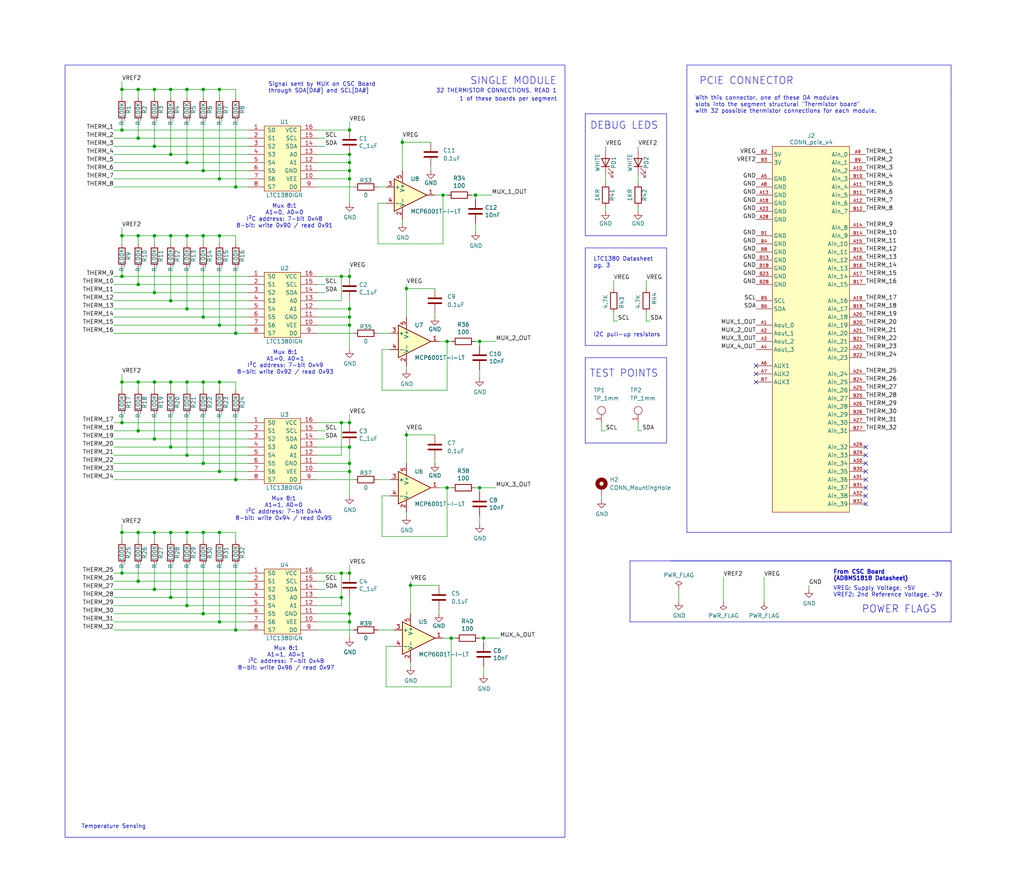
<source format=kicad_sch>
(kicad_sch (version 20250114) (generator "eeschema") (generator_version "9.0")
  (paper "User" 319.989 279.4)
  (title_block (title "MKVII Data Aquisition Module") (date "2025-10-29") (rev "1") (company "Olin Electric Motorsports") (comment 1 "Agatha Ford"))
  (rectangle (start 20.32 20.32) (end 176.53 261.62))
  (text "Mux 8:1\nA1=0, A0=0\nI²C address: 7-bit 0x48\n8-bit: write 0x90 / read 0x91" (at 88.9 67.564 0) (effects (font (size 1.27 1.27))))
  (text "From CSC Board\n(ADBMS1818 Datasheet)" (at 260.35 181.61 0) (effects (font (size 1.27 1.27) (thickness 0.254) (bold yes)) (justify left bottom)))
  (text "Temperature Sensing" (at 25.4 259.08 0) (effects (font (size 1.27 1.27)) (justify left bottom)))
  (text "DEBUG LEDS" (at 205.74 40.64 0) (effects (font (size 2.2606 2.2606)) (justify right bottom)))
  (text "I2C pull-up resistors" (at 185.42 105.41 0) (effects (font (size 1.27 1.27)) (justify left bottom)))
  (text "Signal sent by MUX on CSC Board\nthrough SDA[DA#] and SCL[DA#]" (at 83.82 29.21 0) (effects (font (size 1.27 1.27)) (justify left bottom)))
  (text "VREG: Supply Voltage, ~5V\nVREF2: 2nd Reference Voltage, ~3V" (at 260.35 186.69 0) (effects (font (size 1.27 1.27)) (justify left bottom)))
  (text "LTC1380 Datasheet\npg. 3" (at 185.42 83.82 0) (effects (font (size 1.27 1.27)) (justify left bottom)))
  (text "PCIE CONNECTOR" (at 218.44 26.67 0) (effects (font (size 2.2606 2.2606)) (justify left bottom)))
  (text "Mux 8:1\nA1=1, A0=1\nI²C address: 7-bit 0x4B\n8-bit: write 0x96 / read 0x97" (at 89.408 205.74 0) (effects (font (size 1.27 1.27))))
  (text "1 of these boards per segment" (at 143.51 31.75 0) (effects (font (size 1.27 1.27)) (justify left bottom)))
  (text "SINGLE MODULE" (at 173.99 26.67 0) (effects (font (size 2.2606 2.2606)) (justify right bottom)))
  (text "Mux 8:1\nA1=1, A0=0\nI²C address: 7-bit 0x4A\n8-bit: write 0x94 / read 0x95" (at 88.646 159.004 0) (effects (font (size 1.27 1.27))))
  (text "TEST POINTS" (at 205.74 118.11 0) (effects (font (size 2.2606 2.2606)) (justify right bottom)))
  (text "\nMux 8:1\nA1=0, A0=1\nI²C address: 7-bit 0x49\n8-bit: write 0x92 / read 0x93" (at 89.154 112.268 0) (effects (font (size 1.27 1.27))))
  (text "POWER FLAGS\n" (at 269.24 191.77 0) (effects (font (size 2.2606 2.2606)) (justify left bottom)))
  (text "32 THERMISTOR CONNECTIONS, READ 1" (at 173.99 29.21 0) (effects (font (size 1.27 1.27)) (justify right bottom)))
  (text "With this connector, one of these DA modules\nslots into the segment structural \"Thermistor board\"\nwith 32 possible thermistor connections for each module." (at 217.17 35.56 0) (effects (font (size 1.27 1.27)) (justify left bottom)))
  (junction (at 48.26 73.66))
  (junction (at 43.18 27.94))
  (junction (at 109.22 144.78))
  (junction (at 109.22 86.36))
  (junction (at 58.42 27.94))
  (junction (at 38.1 73.66))
  (junction (at 127 135.89))
  (junction (at 106.68 132.08))
  (junction (at 58.42 166.37))
  (junction (at 109.22 179.07))
  (junction (at 43.18 73.66))
  (junction (at 149.86 106.68))
  (junction (at 38.1 119.38))
  (junction (at 53.34 27.94))
  (junction (at 58.42 50.8))
  (junction (at 43.18 181.61))
  (junction (at 109.22 96.52))
  (junction (at 109.22 40.64))
  (junction (at 68.58 147.32))
  (junction (at 73.66 196.85))
  (junction (at 138.43 60.96))
  (junction (at 63.5 144.78))
  (junction (at 48.26 45.72))
  (junction (at 48.26 137.16))
  (junction (at 48.26 166.37))
  (junction (at 68.58 73.66))
  (junction (at 53.34 186.69))
  (junction (at 68.58 55.88))
  (junction (at 63.5 27.94))
  (junction (at 109.22 147.32))
  (junction (at 68.58 101.6))
  (junction (at 38.1 132.08))
  (junction (at 53.34 93.98))
  (junction (at 109.22 48.26))
  (junction (at 106.68 186.69))
  (junction (at 48.26 27.94))
  (junction (at 43.18 88.9))
  (junction (at 58.42 96.52))
  (junction (at 109.22 132.08))
  (junction (at 109.22 101.6))
  (junction (at 109.22 99.06))
  (junction (at 38.1 166.37))
  (junction (at 43.18 119.38))
  (junction (at 109.22 50.8))
  (junction (at 68.58 27.94))
  (junction (at 106.68 86.36))
  (junction (at 63.5 166.37))
  (junction (at 127 90.17))
  (junction (at 73.66 104.14))
  (junction (at 139.7 152.4))
  (junction (at 63.5 53.34))
  (junction (at 53.34 139.7))
  (junction (at 68.58 166.37))
  (junction (at 38.1 86.36))
  (junction (at 109.22 191.77))
  (junction (at 140.97 199.39))
  (junction (at 43.18 166.37))
  (junction (at 53.34 48.26))
  (junction (at 63.5 99.06))
  (junction (at 128.27 182.88))
  (junction (at 109.22 194.31))
  (junction (at 73.66 149.86))
  (junction (at 38.1 27.94))
  (junction (at 63.5 73.66))
  (junction (at 151.13 199.39))
  (junction (at 58.42 119.38))
  (junction (at 125.73 44.45))
  (junction (at 58.42 73.66))
  (junction (at 149.86 152.4))
  (junction (at 58.42 189.23))
  (junction (at 38.1 40.64))
  (junction (at 73.66 58.42))
  (junction (at 43.18 134.62))
  (junction (at 58.42 142.24))
  (junction (at 63.5 119.38))
  (junction (at 148.59 60.96))
  (junction (at 48.26 119.38))
  (junction (at 109.22 139.7))
  (junction (at 109.22 53.34))
  (junction (at 139.7 106.68))
  (junction (at 48.26 91.44))
  (junction (at 53.34 119.38))
  (junction (at 68.58 194.31))
  (junction (at 53.34 73.66))
  (junction (at 43.18 43.18))
  (junction (at 63.5 191.77))
  (junction (at 53.34 166.37))
  (junction (at 48.26 184.15))
  (junction (at 68.58 119.38))
  (junction (at 106.68 179.07))
  (junction (at 38.1 179.07))
  (junction (at 109.22 55.88))
  (no_connect (at 270.51 139.7))
  (no_connect (at 270.51 142.24))
  (no_connect (at 236.22 114.3))
  (no_connect (at 270.51 154.94))
  (no_connect (at 270.51 147.32))
  (no_connect (at 270.51 144.78))
  (no_connect (at 270.51 157.48))
  (no_connect (at 270.51 152.4))
  (no_connect (at 270.51 149.86))
  (no_connect (at 236.22 119.38))
  (no_connect (at 236.22 116.84))
  (wire (pts (xy 38.1 40.64) (xy 77.47 40.64)))
  (wire (pts (xy 99.06 186.69) (xy 106.68 186.69)))
  (wire (pts (xy 35.56 99.06) (xy 63.5 99.06)))
  (wire (pts (xy 43.18 181.61) (xy 77.47 181.61)))
  (wire (pts (xy 43.18 73.66) (xy 38.1 73.66)))
  (wire (pts (xy 73.66 166.37) (xy 68.58 166.37)))
  (wire (pts (xy 48.26 137.16) (xy 35.56 137.16)))
  (wire (pts (xy 53.34 48.26) (xy 77.47 48.26)))
  (wire (pts (xy 127 90.17) (xy 135.89 90.17)))
  (wire (pts (xy 99.06 96.52) (xy 109.22 96.52)))
  (wire (pts (xy 99.06 194.31) (xy 109.22 194.31)))
  (wire (pts (xy 35.56 196.85) (xy 73.66 196.85)))
  (wire (pts (xy 43.18 43.18) (xy 77.47 43.18)))
  (wire (pts (xy 99.06 40.64) (xy 109.22 40.64)))
  (wire (pts (xy 48.26 73.66) (xy 48.26 76.2)))
  (wire (pts (xy 53.34 83.82) (xy 53.34 93.98)))
  (wire (pts (xy 48.26 129.54) (xy 48.26 137.16)))
  (wire (pts (xy 109.22 194.31) (xy 109.22 199.39)))
  (wire (pts (xy 35.56 144.78) (xy 63.5 144.78)))
  (polyline (pts (xy 214.63 20.32) (xy 297.18 20.32)))
  (wire (pts (xy 99.06 53.34) (xy 109.22 53.34)))
  (wire (pts (xy 63.5 119.38) (xy 58.42 119.38)))
  (polyline (pts (xy 196.85 175.26) (xy 297.18 175.26)))
  (wire (pts (xy 134.62 53.34) (xy 134.62 52.07)))
  (wire (pts (xy 35.56 53.34) (xy 63.5 53.34)))
  (wire (pts (xy 125.73 44.45) (xy 134.62 44.45)))
  (wire (pts (xy 125.73 68.58) (xy 125.73 69.85)))
  (wire (pts (xy 191.77 97.79) (xy 191.77 100.33)))
  (wire (pts (xy 109.22 96.52) (xy 109.22 99.06)))
  (wire (pts (xy 43.18 119.38) (xy 38.1 119.38)))
  (wire (pts (xy 99.06 189.23) (xy 106.68 189.23)))
  (wire (pts (xy 48.26 38.1) (xy 48.26 45.72)))
  (wire (pts (xy 118.11 58.42) (xy 120.65 58.42)))
  (wire (pts (xy 58.42 189.23) (xy 35.56 189.23)))
  (wire (pts (xy 43.18 166.37) (xy 38.1 166.37)))
  (wire (pts (xy 127 114.3) (xy 127 115.57)))
  (wire (pts (xy 58.42 129.54) (xy 58.42 142.24)))
  (wire (pts (xy 99.06 55.88) (xy 109.22 55.88)))
  (wire (pts (xy 35.56 93.98) (xy 53.34 93.98)))
  (wire (pts (xy 53.34 73.66) (xy 48.26 73.66)))
  (wire (pts (xy 125.73 43.18) (xy 125.73 44.45)))
  (wire (pts (xy 73.66 104.14) (xy 77.47 104.14)))
  (wire (pts (xy 43.18 166.37) (xy 43.18 168.91)))
  (wire (pts (xy 99.06 132.08) (xy 106.68 132.08)))
  (wire (pts (xy 118.11 104.14) (xy 121.92 104.14)))
  (wire (pts (xy 99.06 142.24) (xy 106.68 142.24)))
  (wire (pts (xy 53.34 176.53) (xy 53.34 186.69)))
  (wire (pts (xy 109.22 55.88) (xy 109.22 63.5)))
  (wire (pts (xy 48.26 176.53) (xy 48.26 184.15)))
  (wire (pts (xy 58.42 166.37) (xy 63.5 166.37)))
  (wire (pts (xy 119.38 121.92) (xy 139.7 121.92)))
  (wire (pts (xy 58.42 27.94) (xy 58.42 30.48)))
  (wire (pts (xy 38.1 129.54) (xy 38.1 132.08)))
  (wire (pts (xy 35.56 191.77) (xy 63.5 191.77)))
  (wire (pts (xy 58.42 119.38) (xy 58.42 121.92)))
  (wire (pts (xy 101.6 91.44) (xy 99.06 91.44)))
  (wire (pts (xy 73.66 30.48) (xy 73.66 27.94)))
  (wire (pts (xy 109.22 50.8) (xy 109.22 53.34)))
  (wire (pts (xy 191.77 87.63) (xy 191.77 90.17)))
  (wire (pts (xy 73.66 58.42) (xy 77.47 58.42)))
  (wire (pts (xy 148.59 60.96) (xy 148.59 62.23)))
  (wire (pts (xy 68.58 129.54) (xy 68.58 147.32)))
  (wire (pts (xy 101.6 45.72) (xy 99.06 45.72)))
  (wire (pts (xy 38.1 132.08) (xy 77.47 132.08)))
  (wire (pts (xy 109.22 99.06) (xy 109.22 101.6)))
  (wire (pts (xy 48.26 119.38) (xy 48.26 121.92)))
  (polyline (pts (xy 297.18 29.21) (xy 297.18 166.37)))
  (wire (pts (xy 68.58 176.53) (xy 68.58 194.31)))
  (wire (pts (xy 99.06 101.6) (xy 109.22 101.6)))
  (polyline (pts (xy 182.88 111.76) (xy 208.28 111.76)))
  (polyline (pts (xy 182.88 138.43) (xy 208.28 138.43)))
  (wire (pts (xy 252.73 182.88) (xy 252.73 184.15)))
  (wire (pts (xy 99.06 43.18) (xy 101.6 43.18)))
  (polyline (pts (xy 297.18 175.26) (xy 209.55 175.26)))
  (wire (pts (xy 38.1 73.66) (xy 38.1 76.2)))
  (wire (pts (xy 43.18 129.54) (xy 43.18 134.62)))
  (wire (pts (xy 38.1 86.36) (xy 77.47 86.36)))
  (wire (pts (xy 77.47 147.32) (xy 68.58 147.32)))
  (wire (pts (xy 35.56 179.07) (xy 38.1 179.07)))
  (wire (pts (xy 58.42 96.52) (xy 77.47 96.52)))
  (wire (pts (xy 53.34 139.7) (xy 77.47 139.7)))
  (wire (pts (xy 119.38 109.22) (xy 119.38 121.92)))
  (polyline (pts (xy 297.18 166.37) (xy 214.63 166.37)))
  (wire (pts (xy 48.26 73.66) (xy 43.18 73.66)))
  (wire (pts (xy 151.13 208.28) (xy 151.13 210.82)))
  (wire (pts (xy 53.34 27.94) (xy 48.26 27.94)))
  (wire (pts (xy 109.22 101.6) (xy 109.22 109.22)))
  (wire (pts (xy 139.7 121.92) (xy 139.7 106.68)))
  (wire (pts (xy 127 135.89) (xy 135.89 135.89)))
  (wire (pts (xy 135.89 99.06) (xy 135.89 97.79)))
  (wire (pts (xy 109.22 139.7) (xy 109.22 144.78)))
  (wire (pts (xy 63.5 191.77) (xy 77.47 191.77)))
  (wire (pts (xy 73.66 27.94) (xy 68.58 27.94)))
  (wire (pts (xy 121.92 154.94) (xy 119.38 154.94)))
  (polyline (pts (xy 196.85 175.26) (xy 196.85 194.31)))
  (wire (pts (xy 125.73 44.45) (xy 125.73 53.34)))
  (wire (pts (xy 48.26 137.16) (xy 77.47 137.16)))
  (wire (pts (xy 120.65 201.93) (xy 120.65 214.63)))
  (wire (pts (xy 73.66 121.92) (xy 73.66 119.38)))
  (wire (pts (xy 73.66 196.85) (xy 77.47 196.85)))
  (wire (pts (xy 43.18 83.82) (xy 43.18 88.9)))
  (wire (pts (xy 63.5 53.34) (xy 77.47 53.34)))
  (wire (pts (xy 149.86 199.39) (xy 151.13 199.39)))
  (wire (pts (xy 63.5 99.06) (xy 77.47 99.06)))
  (wire (pts (xy 153.67 60.96) (xy 148.59 60.96)))
  (wire (pts (xy 128.27 181.61) (xy 128.27 182.88)))
  (wire (pts (xy 63.5 83.82) (xy 63.5 99.06)))
  (wire (pts (xy 35.56 88.9) (xy 43.18 88.9)))
  (wire (pts (xy 73.66 83.82) (xy 73.66 104.14)))
  (wire (pts (xy 99.06 58.42) (xy 110.49 58.42)))
  (wire (pts (xy 139.7 152.4) (xy 137.16 152.4)))
  (wire (pts (xy 119.38 154.94) (xy 119.38 167.64)))
  (polyline (pts (xy 182.88 35.56) (xy 208.28 35.56)))
  (wire (pts (xy 43.18 27.94) (xy 38.1 27.94)))
  (polyline (pts (xy 182.88 35.56) (xy 182.88 73.66)))
  (wire (pts (xy 99.06 50.8) (xy 109.22 50.8)))
  (wire (pts (xy 43.18 88.9) (xy 77.47 88.9)))
  (wire (pts (xy 73.66 129.54) (xy 73.66 149.86)))
  (wire (pts (xy 127 90.17) (xy 127 99.06)))
  (wire (pts (xy 109.22 83.82) (xy 109.22 86.36)))
  (wire (pts (xy 68.58 38.1) (xy 68.58 55.88)))
  (wire (pts (xy 99.06 181.61) (xy 101.6 181.61)))
  (wire (pts (xy 148.59 69.85) (xy 148.59 72.39)))
  (wire (pts (xy 109.22 129.54) (xy 109.22 132.08)))
  (wire (pts (xy 127 160.02) (xy 127 161.29)))
  (wire (pts (xy 73.66 119.38) (xy 68.58 119.38)))
  (wire (pts (xy 35.56 194.31) (xy 68.58 194.31)))
  (wire (pts (xy 53.34 166.37) (xy 48.26 166.37)))
  (wire (pts (xy 53.34 119.38) (xy 48.26 119.38)))
  (wire (pts (xy 68.58 166.37) (xy 68.58 168.91)))
  (wire (pts (xy 138.43 60.96) (xy 135.89 60.96)))
  (wire (pts (xy 58.42 176.53) (xy 58.42 189.23)))
  (wire (pts (xy 154.94 106.68) (xy 149.86 106.68)))
  (wire (pts (xy 58.42 142.24) (xy 77.47 142.24)))
  (wire (pts (xy 139.7 167.64) (xy 139.7 152.4)))
  (polyline (pts (xy 297.18 175.26) (xy 297.18 194.31)))
  (wire (pts (xy 77.47 91.44) (xy 48.26 91.44)))
  (polyline (pts (xy 182.88 107.95) (xy 208.28 107.95)))
  (wire (pts (xy 58.42 27.94) (xy 53.34 27.94)))
  (wire (pts (xy 48.26 27.94) (xy 43.18 27.94)))
  (wire (pts (xy 68.58 27.94) (xy 68.58 30.48)))
  (wire (pts (xy 118.11 76.2) (xy 138.43 76.2)))
  (wire (pts (xy 35.56 58.42) (xy 73.66 58.42)))
  (wire (pts (xy 147.32 60.96) (xy 148.59 60.96)))
  (wire (pts (xy 43.18 38.1) (xy 43.18 43.18)))
  (wire (pts (xy 35.56 40.64) (xy 38.1 40.64)))
  (wire (pts (xy 35.56 48.26) (xy 53.34 48.26)))
  (wire (pts (xy 138.43 76.2) (xy 138.43 60.96)))
  (wire (pts (xy 139.7 106.68) (xy 137.16 106.68)))
  (wire (pts (xy 99.06 147.32) (xy 109.22 147.32)))
  (wire (pts (xy 154.94 152.4) (xy 149.86 152.4)))
  (wire (pts (xy 53.34 129.54) (xy 53.34 139.7)))
  (wire (pts (xy 121.92 109.22) (xy 119.38 109.22)))
  (wire (pts (xy 151.13 199.39) (xy 151.13 200.66)))
  (polyline (pts (xy 182.88 77.47) (xy 208.28 77.47)))
  (polyline (pts (xy 297.18 20.32) (xy 297.18 29.21)))
  (polyline (pts (xy 208.28 138.43) (xy 208.28 111.76)))
  (wire (pts (xy 99.06 104.14) (xy 110.49 104.14)))
  (wire (pts (xy 35.56 104.14) (xy 73.66 104.14)))
  (wire (pts (xy 99.06 191.77) (xy 109.22 191.77)))
  (wire (pts (xy 77.47 45.72) (xy 48.26 45.72)))
  (wire (pts (xy 73.66 76.2) (xy 73.66 73.66)))
  (wire (pts (xy 140.97 214.63) (xy 140.97 199.39)))
  (wire (pts (xy 48.26 27.94) (xy 48.26 30.48)))
  (wire (pts (xy 101.6 137.16) (xy 99.06 137.16)))
  (wire (pts (xy 38.1 176.53) (xy 38.1 179.07)))
  (polyline (pts (xy 182.88 111.76) (xy 182.88 138.43)))
  (wire (pts (xy 128.27 207.01) (xy 128.27 208.28)))
  (wire (pts (xy 58.42 166.37) (xy 58.42 168.91)))
  (wire (pts (xy 106.68 86.36) (xy 109.22 86.36)))
  (wire (pts (xy 212.09 184.15) (xy 212.09 187.96)))
  (wire (pts (xy 187.96 132.08) (xy 187.96 134.62)))
  (wire (pts (xy 38.1 166.37) (xy 38.1 168.91)))
  (wire (pts (xy 109.22 53.34) (xy 109.22 55.88)))
  (wire (pts (xy 58.42 50.8) (xy 35.56 50.8)))
  (wire (pts (xy 73.66 149.86) (xy 77.47 149.86)))
  (wire (pts (xy 68.58 73.66) (xy 68.58 76.2)))
  (wire (pts (xy 138.43 60.96) (xy 139.7 60.96)))
  (wire (pts (xy 109.22 93.98) (xy 109.22 96.52)))
  (wire (pts (xy 106.68 186.69) (xy 106.68 179.07)))
  (wire (pts (xy 109.22 147.32) (xy 109.22 154.94)))
  (wire (pts (xy 68.58 119.38) (xy 68.58 121.92)))
  (wire (pts (xy 106.68 86.36) (xy 106.68 93.98)))
  (wire (pts (xy 63.5 144.78) (xy 77.47 144.78)))
  (wire (pts (xy 77.47 101.6) (xy 68.58 101.6)))
  (wire (pts (xy 73.66 176.53) (xy 73.66 196.85)))
  (wire (pts (xy 127 88.9) (xy 127 90.17)))
  (wire (pts (xy 140.97 199.39) (xy 138.43 199.39)))
  (wire (pts (xy 189.23 54.61) (xy 189.23 57.15)))
  (wire (pts (xy 63.5 119.38) (xy 63.5 121.92)))
  (wire (pts (xy 38.1 71.12) (xy 38.1 73.66)))
  (wire (pts (xy 38.1 27.94) (xy 38.1 30.48)))
  (wire (pts (xy 109.22 38.1) (xy 109.22 40.64)))
  (wire (pts (xy 106.68 93.98) (xy 99.06 93.98)))
  (wire (pts (xy 200.66 134.62) (xy 199.39 134.62)))
  (wire (pts (xy 128.27 182.88) (xy 137.16 182.88)))
  (wire (pts (xy 149.86 152.4) (xy 149.86 153.67)))
  (wire (pts (xy 109.22 48.26) (xy 99.06 48.26)))
  (wire (pts (xy 201.93 100.33) (xy 203.2 100.33)))
  (wire (pts (xy 99.06 86.36) (xy 106.68 86.36)))
  (wire (pts (xy 101.6 184.15) (xy 99.06 184.15)))
  (wire (pts (xy 48.26 166.37) (xy 48.26 168.91)))
  (wire (pts (xy 226.06 187.96) (xy 226.06 180.34)))
  (wire (pts (xy 127 134.62) (xy 127 135.89)))
  (wire (pts (xy 109.22 186.69) (xy 109.22 191.77)))
  (polyline (pts (xy 208.28 73.66) (xy 208.28 35.56)))
  (wire (pts (xy 119.38 167.64) (xy 139.7 167.64)))
  (wire (pts (xy 58.42 38.1) (xy 58.42 50.8)))
  (wire (pts (xy 120.65 214.63) (xy 140.97 214.63)))
  (wire (pts (xy 199.39 64.77) (xy 199.39 66.04)))
  (wire (pts (xy 135.89 144.78) (xy 135.89 143.51)))
  (wire (pts (xy 68.58 194.31) (xy 77.47 194.31)))
  (wire (pts (xy 48.26 45.72) (xy 35.56 45.72)))
  (wire (pts (xy 35.56 86.36) (xy 38.1 86.36)))
  (wire (pts (xy 109.22 176.53) (xy 109.22 179.07)))
  (wire (pts (xy 43.18 176.53) (xy 43.18 181.61)))
  (wire (pts (xy 58.42 73.66) (xy 58.42 76.2)))
  (wire (pts (xy 58.42 119.38) (xy 53.34 119.38)))
  (wire (pts (xy 193.04 100.33) (xy 191.77 100.33)))
  (wire (pts (xy 106.68 179.07) (xy 109.22 179.07)))
  (wire (pts (xy 38.1 179.07) (xy 77.47 179.07)))
  (wire (pts (xy 189.23 134.62) (xy 187.96 134.62)))
  (polyline (pts (xy 182.88 77.47) (xy 182.88 107.95)))
  (wire (pts (xy 199.39 132.08) (xy 199.39 134.62)))
  (wire (pts (xy 118.11 63.5) (xy 118.11 76.2)))
  (wire (pts (xy 99.06 99.06) (xy 109.22 99.06)))
  (wire (pts (xy 201.93 97.79) (xy 201.93 100.33)))
  (wire (pts (xy 149.86 106.68) (xy 149.86 107.95)))
  (wire (pts (xy 139.7 152.4) (xy 140.97 152.4)))
  (wire (pts (xy 156.21 199.39) (xy 151.13 199.39)))
  (wire (pts (xy 106.68 142.24) (xy 106.68 132.08)))
  (wire (pts (xy 53.34 166.37) (xy 53.34 168.91)))
  (wire (pts (xy 137.16 191.77) (xy 137.16 190.5)))
  (wire (pts (xy 63.5 38.1) (xy 63.5 53.34)))
  (wire (pts (xy 139.7 106.68) (xy 140.97 106.68)))
  (wire (pts (xy 106.68 132.08) (xy 109.22 132.08)))
  (wire (pts (xy 120.65 63.5) (xy 118.11 63.5)))
  (wire (pts (xy 63.5 129.54) (xy 63.5 144.78)))
  (wire (pts (xy 63.5 73.66) (xy 63.5 76.2)))
  (wire (pts (xy 99.06 149.86) (xy 110.49 149.86)))
  (wire (pts (xy 77.47 55.88) (xy 68.58 55.88)))
  (wire (pts (xy 118.11 149.86) (xy 121.92 149.86)))
  (polyline (pts (xy 214.63 166.37) (xy 214.63 20.32)))
  (wire (pts (xy 189.23 64.77) (xy 189.23 66.04)))
  (wire (pts (xy 99.06 179.07) (xy 106.68 179.07)))
  (wire (pts (xy 73.66 73.66) (xy 68.58 73.66)))
  (wire (pts (xy 58.42 73.66) (xy 53.34 73.66)))
  (wire (pts (xy 73.66 168.91) (xy 73.66 166.37)))
  (wire (pts (xy 123.19 201.93) (xy 120.65 201.93)))
  (wire (pts (xy 189.23 45.72) (xy 189.23 46.99)))
  (wire (pts (xy 53.34 186.69) (xy 77.47 186.69)))
  (wire (pts (xy 128.27 182.88) (xy 128.27 191.77)))
  (wire (pts (xy 106.68 189.23) (xy 106.68 186.69)))
  (wire (pts (xy 140.97 199.39) (xy 142.24 199.39)))
  (wire (pts (xy 53.34 73.66) (xy 53.34 76.2)))
  (wire (pts (xy 149.86 161.29) (xy 149.86 163.83)))
  (wire (pts (xy 68.58 119.38) (xy 63.5 119.38)))
  (wire (pts (xy 48.26 119.38) (xy 43.18 119.38)))
  (wire (pts (xy 53.34 27.94) (xy 53.34 30.48)))
  (wire (pts (xy 58.42 50.8) (xy 77.47 50.8)))
  (wire (pts (xy 35.56 147.32) (xy 68.58 147.32)))
  (wire (pts (xy 35.56 149.86) (xy 73.66 149.86)))
  (wire (pts (xy 35.56 43.18) (xy 43.18 43.18)))
  (wire (pts (xy 48.26 91.44) (xy 35.56 91.44)))
  (wire (pts (xy 53.34 38.1) (xy 53.34 48.26)))
  (wire (pts (xy 148.59 152.4) (xy 149.86 152.4)))
  (wire (pts (xy 58.42 96.52) (xy 35.56 96.52)))
  (wire (pts (xy 118.11 196.85) (xy 123.19 196.85)))
  (wire (pts (xy 35.56 186.69) (xy 53.34 186.69)))
  (wire (pts (xy 109.22 48.26) (xy 109.22 50.8)))
  (wire (pts (xy 58.42 166.37) (xy 53.34 166.37)))
  (wire (pts (xy 38.1 83.82) (xy 38.1 86.36)))
  (wire (pts (xy 109.22 191.77) (xy 109.22 194.31)))
  (wire (pts (xy 58.42 189.23) (xy 77.47 189.23)))
  (wire (pts (xy 109.22 144.78) (xy 109.22 147.32)))
  (wire (pts (xy 38.1 25.4) (xy 38.1 27.94)))
  (wire (pts (xy 99.06 88.9) (xy 101.6 88.9)))
  (wire (pts (xy 35.56 139.7) (xy 53.34 139.7)))
  (wire (pts (xy 201.93 87.63) (xy 201.93 90.17)))
  (polyline (pts (xy 208.28 107.95) (xy 208.28 77.47)))
  (wire (pts (xy 53.34 93.98) (xy 77.47 93.98)))
  (wire (pts (xy 35.56 134.62) (xy 43.18 134.62)))
  (wire (pts (xy 127 135.89) (xy 127 144.78)))
  (wire (pts (xy 53.34 119.38) (xy 53.34 121.92)))
  (wire (pts (xy 68.58 55.88) (xy 35.56 55.88)))
  (wire (pts (xy 38.1 119.38) (xy 38.1 121.92)))
  (wire (pts (xy 35.56 181.61) (xy 43.18 181.61)))
  (wire (pts (xy 38.1 163.83) (xy 38.1 166.37)))
  (wire (pts (xy 63.5 166.37) (xy 63.5 168.91)))
  (wire (pts (xy 58.42 83.82) (xy 58.42 96.52)))
  (wire (pts (xy 35.56 142.24) (xy 58.42 142.24)))
  (wire (pts (xy 187.96 156.21) (xy 187.96 154.94)))
  (wire (pts (xy 43.18 73.66) (xy 43.18 76.2)))
  (wire (pts (xy 63.5 27.94) (xy 63.5 30.48)))
  (wire (pts (xy 149.86 115.57) (xy 149.86 118.11)))
  (wire (pts (xy 73.66 38.1) (xy 73.66 58.42)))
  (wire (pts (xy 38.1 38.1) (xy 38.1 40.64)))
  (wire (pts (xy 63.5 176.53) (xy 63.5 191.77)))
  (wire (pts (xy 68.58 166.37) (xy 63.5 166.37)))
  (wire (pts (xy 148.59 106.68) (xy 149.86 106.68)))
  (wire (pts (xy 77.47 184.15) (xy 48.26 184.15)))
  (wire (pts (xy 63.5 73.66) (xy 58.42 73.66)))
  (wire (pts (xy 43.18 27.94) (xy 43.18 30.48)))
  (wire (pts (xy 48.26 83.82) (xy 48.26 91.44)))
  (wire (pts (xy 68.58 83.82) (xy 68.58 101.6)))
  (wire (pts (xy 199.39 45.72) (xy 199.39 46.99)))
  (wire (pts (xy 99.06 134.62) (xy 101.6 134.62)))
  (wire (pts (xy 99.06 196.85) (xy 110.49 196.85)))
  (wire (pts (xy 68.58 27.94) (xy 63.5 27.94)))
  (polyline (pts (xy 297.18 194.31) (xy 196.85 194.31)))
  (wire (pts (xy 199.39 54.61) (xy 199.39 57.15)))
  (wire (pts (xy 99.06 144.78) (xy 109.22 144.78)))
  (wire (pts (xy 48.26 166.37) (xy 43.18 166.37)))
  (wire (pts (xy 68.58 101.6) (xy 35.56 101.6)))
  (polyline (pts (xy 182.88 73.66) (xy 208.28 73.66)))
  (wire (pts (xy 109.22 139.7) (xy 99.06 139.7)))
  (wire (pts (xy 48.26 184.15) (xy 35.56 184.15)))
  (wire (pts (xy 43.18 119.38) (xy 43.18 121.92)))
  (wire (pts (xy 38.1 116.84) (xy 38.1 119.38)))
  (wire (pts (xy 238.76 187.96) (xy 238.76 180.34)))
  (wire (pts (xy 63.5 27.94) (xy 58.42 27.94)))
  (wire (pts (xy 68.58 73.66) (xy 63.5 73.66)))
  (wire (pts (xy 35.56 132.08) (xy 38.1 132.08)))
  (wire (pts (xy 43.18 134.62) (xy 77.47 134.62)))
  (label "MUX_1_OUT" (at 153.67 60.96 0))
  (label "MUX_2_OUT" (at 236.22 104.14 180))
  (label "THERM_25" (at 270.51 116.84 0))
  (label "THERM_15" (at 270.51 86.36 0))
  (label "VREG" (at 109.22 129.54 0))
  (label "SDA" (at 203.2 100.33 0))
  (label "GND" (at 236.22 58.42 180))
  (label "VREF2" (at 38.1 71.12 0))
  (label "GND" (at 236.22 88.9 180))
  (label "GND" (at 236.22 68.58 180))
  (label "THERM_24" (at 35.56 149.86 180))
  (label "THERM_6" (at 270.51 60.96 0))
  (label "THERM_29" (at 35.56 189.23 180))
  (label "THERM_28" (at 270.51 124.46 0))
  (label "VREG" (at 128.27 181.61 0))
  (label "THERM_5" (at 270.51 58.42 0))
  (label "VREF2" (at 236.22 50.8 180))
  (label "THERM_8" (at 270.51 66.04 0))
  (label "THERM_9" (at 270.51 71.12 0))
  (label "THERM_21" (at 35.56 142.24 180))
  (label "THERM_28" (at 35.56 186.69 180))
  (label "MUX_4_OUT" (at 156.21 199.39 0))
  (label "THERM_17" (at 35.56 132.08 180))
  (label "SCL" (at 193.04 100.33 0))
  (label "THERM_10" (at 270.51 73.66 0))
  (label "THERM_11" (at 270.51 76.2 0))
  (label "THERM_31" (at 270.51 132.08 0))
  (label "THERM_11" (at 35.56 91.44 180))
  (label "THERM_7" (at 270.51 63.5 0))
  (label "THERM_25" (at 35.56 179.07 180))
  (label "GND" (at 236.22 81.28 180))
  (label "SDA" (at 200.66 134.62 0))
  (label "GND" (at 236.22 76.2 180))
  (label "THERM_6" (at 35.56 53.34 180))
  (label "MUX_4_OUT" (at 236.22 109.22 180))
  (label "THERM_12" (at 270.51 78.74 0))
  (label "THERM_27" (at 270.51 121.92 0))
  (label "SCL" (at 236.22 93.98 180))
  (label "THERM_20" (at 35.56 139.7 180))
  (label "MUX_2_OUT" (at 154.94 106.68 0))
  (label "MUX_1_OUT" (at 236.22 101.6 180))
  (label "THERM_29" (at 270.51 127 0))
  (label "VREF2" (at 38.1 116.84 0))
  (label "THERM_30" (at 35.56 191.77 180))
  (label "THERM_13" (at 35.56 96.52 180))
  (label "THERM_18" (at 270.51 96.52 0))
  (label "THERM_23" (at 270.51 109.22 0))
  (label "THERM_20" (at 270.51 101.6 0))
  (label "THERM_18" (at 35.56 134.62 180))
  (label "THERM_32" (at 270.51 134.62 0))
  (label "THERM_14" (at 270.51 83.82 0))
  (label "THERM_3" (at 270.51 53.34 0))
  (label "VREF2" (at 199.39 45.72 0))
  (label "THERM_12" (at 35.56 93.98 180))
  (label "THERM_19" (at 270.51 99.06 0))
  (label "GND" (at 236.22 63.5 180))
  (label "THERM_3" (at 35.56 45.72 180))
  (label "THERM_4" (at 270.51 55.88 0))
  (label "MUX_3_OUT" (at 236.22 106.68 180))
  (label "GND" (at 236.22 60.96 180))
  (label "GND" (at 236.22 78.74 180))
  (label "THERM_16" (at 35.56 104.14 180))
  (label "VREG" (at 238.76 180.34 0))
  (label "THERM_26" (at 35.56 181.61 180))
  (label "THERM_27" (at 35.56 184.15 180))
  (label "VREG" (at 236.22 48.26 180))
  (label "THERM_31" (at 35.56 194.31 180))
  (label "THERM_9" (at 35.56 86.36 180))
  (label "SDA" (at 236.22 96.52 180))
  (label "GND" (at 236.22 73.66 180))
  (label "VREF2" (at 226.06 180.34 0))
  (label "THERM_21" (at 270.51 104.14 0))
  (label "THERM_7" (at 35.56 55.88 180))
  (label "VREG" (at 109.22 83.82 0))
  (label "VREG" (at 125.73 43.18 0))
  (label "THERM_32" (at 35.56 196.85 180))
  (label "THERM_24" (at 270.51 111.76 0))
  (label "GND" (at 236.22 66.04 180))
  (label "THERM_17" (at 270.51 93.98 0))
  (label "VREG" (at 109.22 38.1 0))
  (label "THERM_22" (at 270.51 106.68 0))
  (label "THERM_16" (at 270.51 88.9 0))
  (label "SDA" (at 101.6 184.15 0))
  (label "SCL" (at 101.6 181.61 0))
  (label "GND" (at 252.73 182.88 0))
  (label "THERM_2" (at 35.56 43.18 180))
  (label "THERM_23" (at 35.56 147.32 180))
  (label "VREG" (at 201.93 87.63 0))
  (label "SDA" (at 101.6 137.16 0))
  (label "THERM_1" (at 270.51 48.26 0))
  (label "VREF2" (at 38.1 25.4 0))
  (label "GND" (at 236.22 55.88 180))
  (label "VREG" (at 189.23 45.72 0))
  (label "THERM_26" (at 270.51 119.38 0))
  (label "THERM_30" (at 270.51 129.54 0))
  (label "VREG" (at 109.22 176.53 0))
  (label "THERM_2" (at 270.51 50.8 0))
  (label "SCL" (at 189.23 134.62 0))
  (label "THERM_4" (at 35.56 48.26 180))
  (label "THERM_13" (at 270.51 81.28 0))
  (label "GND" (at 236.22 83.82 180))
  (label "MUX_3_OUT" (at 154.94 152.4 0))
  (label "THERM_15" (at 35.56 101.6 180))
  (label "VREF2" (at 38.1 163.83 0))
  (label "VREG" (at 127 134.62 0))
  (label "VREG" (at 191.77 87.63 0))
  (label "SDA" (at 101.6 45.72 0))
  (label "SDA" (at 101.6 91.44 0))
  (label "VREG" (at 127 88.9 0))
  (label "THERM_8" (at 35.56 58.42 180))
  (label "THERM_1" (at 35.56 40.64 180))
  (label "THERM_10" (at 35.56 88.9 180))
  (label "THERM_19" (at 35.56 137.16 180))
  (label "SCL" (at 101.6 134.62 0))
  (label "THERM_14" (at 35.56 99.06 180))
  (label "GND" (at 236.22 86.36 180))
  (label "SCL" (at 101.6 43.18 0))
  (label "THERM_22" (at 35.56 144.78 180))
  (label "SCL" (at 101.6 88.9 0))
  (label "THERM_5" (at 35.56 50.8 180))
  (symbol (lib_id "OEM:1KR") (at 189.23 60.96 0) (unit 1)
    (property "Reference" "R41" (at 191.262 60.96 90))
    (property "Value" "1KR" (at 186.69 60.96 90))
    (property "Footprint" "OEM:R_0603" (effects (hide yes)))
    (property "Datasheet" "${OEM_DIR}/parts/datasheets/stackpole_RMCF_RMCP.pdf" (effects (hide yes)))
    (property "MFN" "Stackpole Electronics" (effects (hide yes)))
    (property "MPN" "RMCF0603FT1K00" (effects (hide yes)))
    (property "DKPN" "RMCF0603FT1K00TR-ND" (effects (hide yes)))
    (property "NewDesigns" "YES" (effects (hide yes)))
    (property "Stocked" "Reel" (effects (hide yes)))
    (property "Package" "0603" (effects (hide yes)))
    (property "Style" "SMD" (effects (hide yes)))
  )
  (symbol (lib_id "power:GND") (at 125.73 69.85 0) (unit 1)
    (property "Reference" "#PWR0107" (effects (hide yes)))
    (property "Value" "GND" (at 125.857 74.2442 0))
    (property "Description" "Power symbol creates a global label with name \"GND\" , ground" (effects (hide yes)))
  )
  (symbol (lib_id "OEM:1KR") (at 199.39 60.96 0) (unit 1)
    (property "Reference" "R42" (at 201.422 60.96 90))
    (property "Value" "1KR" (at 196.85 60.96 90))
    (property "Footprint" "OEM:R_0603" (effects (hide yes)))
    (property "Datasheet" "${OEM_DIR}/parts/datasheets/stackpole_RMCF_RMCP.pdf" (effects (hide yes)))
    (property "MFN" "Stackpole Electronics" (effects (hide yes)))
    (property "MPN" "RMCF0603FT1K00" (effects (hide yes)))
    (property "DKPN" "RMCF0603FT1K00TR-ND" (effects (hide yes)))
    (property "NewDesigns" "YES" (effects (hide yes)))
    (property "Stocked" "Reel" (effects (hide yes)))
    (property "Package" "0603" (effects (hide yes)))
    (property "Style" "SMD" (effects (hide yes)))
  )
  (symbol (lib_id "OEM:10nF") (at 149.86 111.76 0) (unit 1)
    (property "Reference" "C10" (at 152.781 110.5916 0) (effects (justify left)))
    (property "Value" "10nF" (at 152.781 112.903 0) (effects (justify left)))
    (property "Footprint" "OEM:C_0603" (effects (hide yes)))
    (property "Datasheet" "${OEM_DIR}/parts/datasheets/samsung_CL10B103KB8NNNC.pdf" (effects (hide yes)))
    (property "MPN" "CL10B103KB8NNNC" (effects (hide yes)))
    (property "MFN" "Samsung Electro-Mechanics" (effects (hide yes)))
    (property "DKPN" "1276-1009-2-ND" (effects (hide yes)))
    (property "Package" "0603" (effects (hide yes)))
    (property "Stocked" "Reel" (effects (hide yes)))
    (property "NewDesigns" "YES" (effects (hide yes)))
    (property "Style" "SMD" (effects (hide yes)))
  )
  (symbol (lib_id "power:GND") (at 109.22 109.22 0) (unit 1)
    (property "Reference" "#PWR0110" (effects (hide yes)))
    (property "Value" "GND" (at 109.347 113.6142 0))
    (property "Description" "Power symbol creates a global label with name \"GND\" , ground" (effects (hide yes)))
  )
  (symbol (lib_id "OEM:10nF") (at 151.13 204.47 0) (unit 1)
    (property "Reference" "C6" (at 154.051 203.3016 0) (effects (justify left)))
    (property "Value" "10nF" (at 154.051 205.613 0) (effects (justify left)))
    (property "Footprint" "OEM:C_0603" (effects (hide yes)))
    (property "Datasheet" "${OEM_DIR}/parts/datasheets/samsung_CL10B103KB8NNNC.pdf" (effects (hide yes)))
    (property "MPN" "CL10B103KB8NNNC" (effects (hide yes)))
    (property "MFN" "Samsung Electro-Mechanics" (effects (hide yes)))
    (property "DKPN" "1276-1009-2-ND" (effects (hide yes)))
    (property "Package" "0603" (effects (hide yes)))
    (property "Stocked" "Reel" (effects (hide yes)))
    (property "NewDesigns" "YES" (effects (hide yes)))
    (property "Style" "SMD" (effects (hide yes)))
  )
  (symbol (lib_id "OEM:1KR") (at 114.3 196.85 90) (unit 1)
    (property "Reference" "R39" (at 114.3 194.818 90))
    (property "Value" "0" (at 114.3 199.39 90))
    (property "Footprint" "OEM:R_0603" (effects (hide yes)))
    (property "Datasheet" "${OEM_DIR}/parts/datasheets/stackpole_RMCF_RMCP.pdf" (effects (hide yes)))
    (property "MFN" "Stackpole Electronics" (effects (hide yes)))
    (property "MPN" "RMCF0603FT1K00" (effects (hide yes)))
    (property "DKPN" "RMCF0603FT1K00TR-ND" (effects (hide yes)))
    (property "NewDesigns" "YES" (effects (hide yes)))
    (property "Stocked" "Reel" (effects (hide yes)))
    (property "Package" "0603" (effects (hide yes)))
    (property "Style" "SMD" (effects (hide yes)))
  )
  (symbol (lib_name "100KR_4") (lib_id "OEM:100KR") (at 58.42 125.73 0) (unit 1)
    (property "Reference" "R21" (at 60.452 125.73 90))
    (property "Value" "R_100K" (at 58.42 127 90))
    (property "Footprint" "OEM:R_0603" (effects (hide yes)))
    (property "Datasheet" "${OEM_DIR}/parts/datasheets/stackpole_RMCF_RMCP.pdf" (effects (hide yes)))
    (property "MFN" "Stackpole Electronics" (effects (hide yes)))
    (property "MPN" "RMCF0603FT100K" (effects (hide yes)))
    (property "DKPN" "RMCF0603FT100KTR-ND" (effects (hide yes)))
    (property "NewDesigns" "YES" (effects (hide yes)))
    (property "Stocked" "Reel" (effects (hide yes)))
    (property "Package" "0603" (effects (hide yes)))
    (property "Style" "SMD" (effects (hide yes)))
  )
  (symbol (lib_id "OEM:LED_WHITE") (at 189.23 50.8 90) (unit 1)
    (property "Reference" "PD1" (at 191.77 50.8 0))
    (property "Value" "WHITE" (at 186.69 50.8 0))
    (property "Footprint" "OEM:CHIPLED_0805" (effects (hide yes)))
    (property "Datasheet" "${OEM_DIR}/parts/datasheets/harvatek_B1701TW--20P000314U1930.pdf" (effects (hide yes)))
    (property "MFN" "Harvatek" (effects (hide yes)))
    (property "MPN" "B1701TW--20P000314U1930" (effects (hide yes)))
    (property "DKPN" "3147-B1701TW--20P000314U1930DKR-ND" (effects (hide yes)))
    (property "Package" "0805" (effects (hide yes)))
    (property "NewDesigns" "Yes" (effects (hide yes)))
    (property "Stocked" "Digi-Reel" (effects (hide yes)))
    (property "Style" "SMD" (effects (hide yes)))
  )
  (symbol (lib_name "100KR_3") (lib_id "OEM:100KR") (at 73.66 125.73 0) (unit 1)
    (property "Reference" "R24" (at 75.692 125.73 90))
    (property "Value" "R_100K" (at 73.66 127 90))
    (property "Footprint" "OEM:R_0603" (effects (hide yes)))
    (property "Datasheet" "${OEM_DIR}/parts/datasheets/stackpole_RMCF_RMCP.pdf" (effects (hide yes)))
    (property "MFN" "Stackpole Electronics" (effects (hide yes)))
    (property "MPN" "RMCF0603FT100K" (effects (hide yes)))
    (property "DKPN" "RMCF0603FT100KTR-ND" (effects (hide yes)))
    (property "NewDesigns" "YES" (effects (hide yes)))
    (property "Stocked" "Reel" (effects (hide yes)))
    (property "Package" "0603" (effects (hide yes)))
    (property "Style" "SMD" (effects (hide yes)))
  )
  (symbol (lib_name "100KR_3") (lib_id "OEM:100KR") (at 73.66 172.72 0) (unit 1)
    (property "Reference" "R32" (at 75.692 172.72 90))
    (property "Value" "R_100K" (at 73.66 173.99 90))
    (property "Footprint" "OEM:R_0603" (effects (hide yes)))
    (property "Datasheet" "${OEM_DIR}/parts/datasheets/stackpole_RMCF_RMCP.pdf" (effects (hide yes)))
    (property "MFN" "Stackpole Electronics" (effects (hide yes)))
    (property "MPN" "RMCF0603FT100K" (effects (hide yes)))
    (property "DKPN" "RMCF0603FT100KTR-ND" (effects (hide yes)))
    (property "NewDesigns" "YES" (effects (hide yes)))
    (property "Stocked" "Reel" (effects (hide yes)))
    (property "Package" "0603" (effects (hide yes)))
    (property "Style" "SMD" (effects (hide yes)))
  )
  (symbol (lib_id "OEM:1uF") (at 109.22 135.89 0) (unit 1)
    (property "Reference" "C3" (at 112.141 134.7216 0) (effects (justify left)))
    (property "Value" "C_1uF" (at 112.141 137.033 0) (effects (justify left)))
    (property "Footprint" "OEM:C_0603" (effects (hide yes)))
    (property "Datasheet" "https://media.digikey.com/pdf/Data%20Sheets/Samsung%20PDFs/CL10B105KA8NNNC_spec.pdf" (effects (hide yes)))
    (property "MFN" "Samsung Electro-Mechanics" (effects (hide yes)))
    (property "MPN" "CL10B105KA8NNNC" (effects (hide yes)))
    (property "DKPN" "1276-1184-2-ND" (effects (hide yes)))
    (property "Package" "0603" (effects (hide yes)))
    (property "Stocked" "Reel" (effects (hide yes)))
    (property "NewDesigns" "YES" (effects (hide yes)))
    (property "Style" "SMD" (effects (hide yes)))
  )
  (symbol (lib_id "power:GND") (at 109.22 63.5 0) (unit 1)
    (property "Reference" "#PWR0105" (effects (hide yes)))
    (property "Value" "GND" (at 109.347 67.8942 0))
    (property "Description" "Power symbol creates a global label with name \"GND\" , ground" (effects (hide yes)))
  )
  (symbol (lib_name "15KR_1") (lib_id "OEM:15KR") (at 191.77 93.98 180) (unit 1)
    (property "Reference" "R43" (at 194.31 96.52 90) (effects (justify right)))
    (property "Value" "4.7K" (at 189.23 96.52 90) (effects (justify right)))
    (property "Footprint" "OEM:R_0603" (effects (hide yes)))
    (property "Datasheet" "http://www.passivecomponent.com/wp-content/uploads/chipR/ASC_WR.pdf" (effects (hide yes)))
    (property "MPN" "WR06X153 JTL" (effects (hide yes)))
    (property "MFN" "Walsin Technology" (effects (hide yes)))
    (property "DKPN" "1292-WR06X153JTLDKR-ND" (effects (hide yes)))
    (property "Package" "0603" (effects (hide yes)))
    (property "NewDesigns" "YES" (effects (hide yes)))
    (property "Stocked" "Digi-Reel" (effects (hide yes)))
    (property "Style" "SMD" (effects (hide yes)))
  )
  (symbol (lib_id "power:GND") (at 148.59 72.39 0) (unit 1)
    (property "Reference" "#PWR0106" (effects (hide yes)))
    (property "Value" "GND" (at 148.717 76.7842 0))
    (property "Description" "Power symbol creates a global label with name \"GND\" , ground" (effects (hide yes)))
  )
  (symbol (lib_name "LTC1380IGN_2") (lib_id "OEM:LTC1380IGN") (at 88.9 187.96 0) (unit 1)
    (property "Reference" "U4" (at 88.9 176.53 0))
    (property "Value" "LTC1380IGN" (at 88.9 199.39 0))
    (property "Footprint" "Package_SO:SSOP-16_3.9x4.9mm_P0.635mm" (effects (hide yes)))
    (property "Datasheet" "https://www.analog.com/media/en/technical-documentation/data-sheets/138093f.pdf" (effects (hide yes)))
    (property "MFN" "Analog Devices" (effects (hide yes)))
    (property "MPN" "LTC1380xGN" (effects (hide yes)))
    (property "DKPN" "LTC1380IGN#TRPBFCT-ND" (effects (hide yes)))
    (property "NewDesigns" "CHECK STOCK FIRST" (effects (hide yes)))
    (property "Stocked" "NO" (effects (hide yes)))
    (property "Package" "SSOP-16 (GN)" (effects (hide yes)))
    (property "Style" "SMD" (effects (hide yes)))
  )
  (symbol (lib_name "100KR_14") (lib_id "OEM:100KR") (at 48.26 80.01 0) (unit 1)
    (property "Reference" "R11" (at 50.292 80.01 90))
    (property "Value" "R_100K" (at 48.26 81.28 90))
    (property "Footprint" "OEM:R_0603" (effects (hide yes)))
    (property "Datasheet" "${OEM_DIR}/parts/datasheets/stackpole_RMCF_RMCP.pdf" (effects (hide yes)))
    (property "MFN" "Stackpole Electronics" (effects (hide yes)))
    (property "MPN" "RMCF0603FT100K" (effects (hide yes)))
    (property "DKPN" "RMCF0603FT100KTR-ND" (effects (hide yes)))
    (property "NewDesigns" "YES" (effects (hide yes)))
    (property "Stocked" "Reel" (effects (hide yes)))
    (property "Package" "0603" (effects (hide yes)))
    (property "Style" "SMD" (effects (hide yes)))
  )
  (symbol (lib_id "power:GND") (at 127 161.29 0) (unit 1)
    (property "Reference" "#PWR0114" (effects (hide yes)))
    (property "Value" "GND" (at 127.127 165.6842 0))
    (property "Description" "Power symbol creates a global label with name \"GND\" , ground" (effects (hide yes)))
  )
  (symbol (lib_name "100KR_23") (lib_id "OEM:100KR") (at 68.58 34.29 0) (unit 1)
    (property "Reference" "R7" (at 70.612 34.29 90))
    (property "Value" "R_100K" (at 68.58 35.56 90))
    (property "Footprint" "OEM:R_0603" (effects (hide yes)))
    (property "Datasheet" "${OEM_DIR}/parts/datasheets/stackpole_RMCF_RMCP.pdf" (effects (hide yes)))
    (property "MFN" "Stackpole Electronics" (effects (hide yes)))
    (property "MPN" "RMCF0603FT100K" (effects (hide yes)))
    (property "DKPN" "RMCF0603FT100KTR-ND" (effects (hide yes)))
    (property "NewDesigns" "YES" (effects (hide yes)))
    (property "Stocked" "Reel" (effects (hide yes)))
    (property "Package" "0603" (effects (hide yes)))
    (property "Style" "SMD" (effects (hide yes)))
  )
  (symbol (lib_id "power:GND") (at 109.22 154.94 0) (unit 1)
    (property "Reference" "#PWR0116" (effects (hide yes)))
    (property "Value" "GND" (at 109.347 159.3342 0))
    (property "Description" "Power symbol creates a global label with name \"GND\" , ground" (effects (hide yes)))
  )
  (symbol (lib_name "100KR_16") (lib_id "OEM:100KR") (at 43.18 80.01 0) (unit 1)
    (property "Reference" "R10" (at 45.212 80.01 90))
    (property "Value" "R_100K" (at 43.18 81.28 90))
    (property "Footprint" "OEM:R_0603" (effects (hide yes)))
    (property "Datasheet" "${OEM_DIR}/parts/datasheets/stackpole_RMCF_RMCP.pdf" (effects (hide yes)))
    (property "MFN" "Stackpole Electronics" (effects (hide yes)))
    (property "MPN" "RMCF0603FT100K" (effects (hide yes)))
    (property "DKPN" "RMCF0603FT100KTR-ND" (effects (hide yes)))
    (property "NewDesigns" "YES" (effects (hide yes)))
    (property "Stocked" "Reel" (effects (hide yes)))
    (property "Package" "0603" (effects (hide yes)))
    (property "Style" "SMD" (effects (hide yes)))
  )
  (symbol (lib_id "power:PWR_FLAG") (at 238.76 187.96 180) (unit 1)
    (property "Reference" "#FLG0103" (effects (hide yes)))
    (property "Value" "PWR_FLAG" (at 238.76 192.3796 0))
    (property "Description" "Special symbol for telling ERC where power comes from" (effects (hide yes)))
  )
  (symbol (lib_id "power:GND") (at 109.22 199.39 0) (unit 1)
    (property "Reference" "#PWR0102" (effects (hide yes)))
    (property "Value" "GND" (at 109.347 203.7842 0))
    (property "Description" "Power symbol creates a global label with name \"GND\" , ground" (effects (hide yes)))
  )
  (symbol (lib_id "power:GND") (at 149.86 118.11 0) (unit 1)
    (property "Reference" "#PWR0112" (effects (hide yes)))
    (property "Value" "GND" (at 149.987 122.5042 0))
    (property "Description" "Power symbol creates a global label with name \"GND\" , ground" (effects (hide yes)))
  )
  (symbol (lib_id "power:GND") (at 135.89 99.06 0) (unit 1)
    (property "Reference" "#PWR0111" (effects (hide yes)))
    (property "Value" "GND" (at 135.89 102.87 0))
    (property "Description" "Power symbol creates a global label with name \"GND\" , ground" (effects (hide yes)))
  )
  (symbol (lib_id "OEM:10nF") (at 148.59 66.04 0) (unit 1)
    (property "Reference" "C12" (at 151.511 64.8716 0) (effects (justify left)))
    (property "Value" "10nF" (at 151.511 67.183 0) (effects (justify left)))
    (property "Footprint" "OEM:C_0603" (effects (hide yes)))
    (property "Datasheet" "${OEM_DIR}/parts/datasheets/samsung_CL10B103KB8NNNC.pdf" (effects (hide yes)))
    (property "MPN" "CL10B103KB8NNNC" (effects (hide yes)))
    (property "MFN" "Samsung Electro-Mechanics" (effects (hide yes)))
    (property "DKPN" "1276-1009-2-ND" (effects (hide yes)))
    (property "Package" "0603" (effects (hide yes)))
    (property "Stocked" "Reel" (effects (hide yes)))
    (property "NewDesigns" "YES" (effects (hide yes)))
    (property "Style" "SMD" (effects (hide yes)))
  )
  (symbol (lib_id "power:GND") (at 187.96 156.21 0) (unit 1)
    (property "Reference" "#PWR0121" (effects (hide yes)))
    (property "Value" "GND" (at 188.087 160.6042 0))
    (property "Description" "Power symbol creates a global label with name \"GND\" , ground" (effects (hide yes)))
  )
  (symbol (lib_id "OEM:100R") (at 144.78 106.68 270) (unit 1)
    (property "Reference" "R36" (at 144.78 101.4222 90))
    (property "Value" "100" (at 144.78 103.7336 90))
    (property "Footprint" "OEM:R_0603" (effects (hide yes)))
    (property "Datasheet" "${OEM_DIR}/parts/datasheets/stackpole_RMCF_RMCP.pdf" (effects (hide yes)))
    (property "MFN" "Stackpole Electronics" (effects (hide yes)))
    (property "MPN" "RMCF0603FT100R" (effects (hide yes)))
    (property "DKPN" "RMCF0603FT100RTR-ND" (effects (hide yes)))
    (property "NewDesigns" "YES" (effects (hide yes)))
    (property "Stocked" "Reel" (effects (hide yes)))
    (property "Package" "0603" (effects (hide yes)))
    (property "Style" "SMD" (effects (hide yes)))
  )
  (symbol (lib_id "OEM:MCP6001") (at 130.81 199.39 0) (unit 1)
    (property "Reference" "U5" (at 130.81 194.31 0) (effects (justify left)))
    (property "Value" "MCP6001T-I-LT" (at 130.81 204.47 0) (effects (justify left)))
    (property "Footprint" "Package_TO_SOT_SMD:SOT-353_SC-70-5" (effects (hide yes)))
    (property "Datasheet" "${OEM_DIR}/parts/datasheets/microchip_MCP600XX.pdf" (effects (hide yes)))
    (property "MFN" "Microchip" (effects (hide yes)))
    (property "MPN" "MCP6001T-I/OT" (effects (hide yes)))
    (property "DKPN" "MCP6001T-I/OTCT-ND" (effects (hide yes)))
    (property "Package" "SC-70-5" (effects (hide yes)))
    (property "NewDesigns" "YES" (effects (hide yes)))
    (property "Stocked" "Tape" (effects (hide yes)))
    (property "Style" "SMD" (effects (hide yes)))
  )
  (symbol (lib_name "100KR_10") (lib_id "OEM:100KR") (at 63.5 80.01 0) (unit 1)
    (property "Reference" "R14" (at 65.532 80.01 90))
    (property "Value" "R_100K" (at 63.5 81.28 90))
    (property "Footprint" "OEM:R_0603" (effects (hide yes)))
    (property "Datasheet" "${OEM_DIR}/parts/datasheets/stackpole_RMCF_RMCP.pdf" (effects (hide yes)))
    (property "MFN" "Stackpole Electronics" (effects (hide yes)))
    (property "MPN" "RMCF0603FT100K" (effects (hide yes)))
    (property "DKPN" "RMCF0603FT100KTR-ND" (effects (hide yes)))
    (property "NewDesigns" "YES" (effects (hide yes)))
    (property "Stocked" "Reel" (effects (hide yes)))
    (property "Package" "0603" (effects (hide yes)))
    (property "Style" "SMD" (effects (hide yes)))
  )
  (symbol (lib_id "OEM:0u1F") (at 137.16 186.69 0) (unit 1)
    (property "Reference" "C5" (at 140.97 185.42 0) (effects (justify left)))
    (property "Value" "0.1uF" (at 140.97 187.96 0) (effects (justify left)))
    (property "Footprint" "OEM:C_0603" (effects (hide yes)))
    (property "Datasheet" "${OEM_DIR}/parts/datasheets/samsung_CL10B104KB8NNWC.pdf" (effects (hide yes)))
    (property "MFN" "Samsung Electro-Mechanics" (effects (hide yes)))
    (property "MPN" "CL10B104KB8NNWC" (effects (hide yes)))
    (property "DKPN" "1276-1935-2-ND" (effects (hide yes)))
    (property "Package" "0603" (effects (hide yes)))
    (property "Stocked" "Reel" (effects (hide yes)))
    (property "NewDesigns" "YES" (effects (hide yes)))
    (property "Style" "SMD" (effects (hide yes)))
  )
  (symbol (lib_id "power:GND") (at 199.39 66.04 0) (unit 1)
    (property "Reference" "#PWR0120" (effects (hide yes)))
    (property "Value" "GND" (at 199.39 69.85 0))
    (property "Description" "Power symbol creates a global label with name \"GND\" , ground" (effects (hide yes)))
  )
  (symbol (lib_id "power:GND") (at 252.73 184.15 0) (unit 1)
    (property "Reference" "#PWR0118" (effects (hide yes)))
    (property "Value" "GND" (at 252.857 188.5442 0))
    (property "Description" "Power symbol creates a global label with name \"GND\" , ground" (effects (hide yes)))
  )
  (symbol (lib_id "OEM:0u1F") (at 135.89 93.98 0) (unit 1)
    (property "Reference" "C9" (at 139.7 92.7099 0) (effects (justify left)))
    (property "Value" "0.1uF" (at 139.7 95.2499 0) (effects (justify left)))
    (property "Footprint" "OEM:C_0603" (effects (hide yes)))
    (property "Datasheet" "${OEM_DIR}/parts/datasheets/samsung_CL10B104KB8NNWC.pdf" (effects (hide yes)))
    (property "MFN" "Samsung Electro-Mechanics" (effects (hide yes)))
    (property "MPN" "CL10B104KB8NNWC" (effects (hide yes)))
    (property "DKPN" "1276-1935-2-ND" (effects (hide yes)))
    (property "Package" "0603" (effects (hide yes)))
    (property "Stocked" "Reel" (effects (hide yes)))
    (property "NewDesigns" "YES" (effects (hide yes)))
    (property "Style" "SMD" (effects (hide yes)))
  )
  (symbol (lib_name "100KR_15") (lib_id "OEM:100KR") (at 38.1 80.01 0) (unit 1)
    (property "Reference" "R9" (at 40.132 80.01 90))
    (property "Value" "R_100K" (at 38.1 81.28 90))
    (property "Footprint" "OEM:R_0603" (effects (hide yes)))
    (property "Datasheet" "${OEM_DIR}/parts/datasheets/stackpole_RMCF_RMCP.pdf" (effects (hide yes)))
    (property "MFN" "Stackpole Electronics" (effects (hide yes)))
    (property "MPN" "RMCF0603FT100K" (effects (hide yes)))
    (property "DKPN" "RMCF0603FT100KTR-ND" (effects (hide yes)))
    (property "NewDesigns" "YES" (effects (hide yes)))
    (property "Stocked" "Reel" (effects (hide yes)))
    (property "Package" "0603" (effects (hide yes)))
    (property "Style" "SMD" (effects (hide yes)))
  )
  (symbol (lib_name "LTC1380IGN_1") (lib_id "OEM:LTC1380IGN") (at 88.9 95.25 0) (unit 1)
    (property "Reference" "U2" (at 88.9 83.82 0))
    (property "Value" "LTC1380IGN" (at 88.9 106.68 0))
    (property "Footprint" "Package_SO:SSOP-16_3.9x4.9mm_P0.635mm" (effects (hide yes)))
    (property "Datasheet" "https://www.analog.com/media/en/technical-documentation/data-sheets/138093f.pdf" (effects (hide yes)))
    (property "MFN" "Analog Devices" (effects (hide yes)))
    (property "MPN" "LTC1380xGN" (effects (hide yes)))
    (property "DKPN" "LTC1380IGN#TRPBFCT-ND" (effects (hide yes)))
    (property "NewDesigns" "CHECK STOCK FIRST" (effects (hide yes)))
    (property "Stocked" "NO" (effects (hide yes)))
    (property "Package" "SSOP-16 (GN)" (effects (hide yes)))
    (property "Style" "SMD" (effects (hide yes)))
  )
  (symbol (lib_id "OEM:MCP6001") (at 129.54 152.4 0) (unit 1)
    (property "Reference" "U6" (at 129.54 147.32 0) (effects (justify left)))
    (property "Value" "MCP6001T-I-LT" (at 129.54 157.48 0) (effects (justify left)))
    (property "Footprint" "Package_TO_SOT_SMD:SOT-353_SC-70-5" (effects (hide yes)))
    (property "Datasheet" "${OEM_DIR}/parts/datasheets/microchip_MCP600XX.pdf" (effects (hide yes)))
    (property "MFN" "Microchip" (effects (hide yes)))
    (property "MPN" "MCP6001T-I/OT" (effects (hide yes)))
    (property "DKPN" "MCP6001T-I/OTCT-ND" (effects (hide yes)))
    (property "Package" "SC-70-5" (effects (hide yes)))
    (property "NewDesigns" "YES" (effects (hide yes)))
    (property "Stocked" "Tape" (effects (hide yes)))
    (property "Style" "SMD" (effects (hide yes)))
  )
  (symbol (lib_name "1uF_2") (lib_id "OEM:1uF") (at 109.22 90.17 0) (unit 1)
    (property "Reference" "C2" (at 112.141 89.0016 0) (effects (justify left)))
    (property "Value" "C_1uF" (at 112.141 91.313 0) (effects (justify left)))
    (property "Footprint" "OEM:C_0603" (effects (hide yes)))
    (property "Datasheet" "https://media.digikey.com/pdf/Data%20Sheets/Samsung%20PDFs/CL10B105KA8NNNC_spec.pdf" (effects (hide yes)))
    (property "MFN" "Samsung Electro-Mechanics" (effects (hide yes)))
    (property "MPN" "CL10B105KA8NNNC" (effects (hide yes)))
    (property "DKPN" "1276-1184-2-ND" (effects (hide yes)))
    (property "Package" "0603" (effects (hide yes)))
    (property "Stocked" "Reel" (effects (hide yes)))
    (property "NewDesigns" "YES" (effects (hide yes)))
    (property "Style" "SMD" (effects (hide yes)))
  )
  (symbol (lib_id "power:GND") (at 212.09 187.96 0) (unit 1)
    (property "Reference" "#PWR0117" (effects (hide yes)))
    (property "Value" "GND" (at 212.217 192.3542 0))
    (property "Description" "Power symbol creates a global label with name \"GND\" , ground" (effects (hide yes)))
  )
  (symbol (lib_name "100KR_17") (lib_id "OEM:100KR") (at 38.1 34.29 0) (unit 1)
    (property "Reference" "R1" (at 40.132 34.29 90))
    (property "Value" "R_100K" (at 38.1 35.56 90))
    (property "Footprint" "OEM:R_0603" (effects (hide yes)))
    (property "Datasheet" "${OEM_DIR}/parts/datasheets/stackpole_RMCF_RMCP.pdf" (effects (hide yes)))
    (property "MFN" "Stackpole Electronics" (effects (hide yes)))
    (property "MPN" "RMCF0603FT100K" (effects (hide yes)))
    (property "DKPN" "RMCF0603FT100KTR-ND" (effects (hide yes)))
    (property "NewDesigns" "YES" (effects (hide yes)))
    (property "Stocked" "Reel" (effects (hide yes)))
    (property "Package" "0603" (effects (hide yes)))
    (property "Style" "SMD" (effects (hide yes)))
  )
  (symbol (lib_id "power:GND") (at 128.27 208.28 0) (unit 1)
    (property "Reference" "#PWR0104" (effects (hide yes)))
    (property "Value" "GND" (at 128.397 212.6742 0))
    (property "Description" "Power symbol creates a global label with name \"GND\" , ground" (effects (hide yes)))
  )
  (symbol (lib_id "power:PWR_FLAG") (at 212.09 184.15 0) (unit 1)
    (property "Reference" "#FLG0102" (effects (hide yes)))
    (property "Value" "PWR_FLAG" (at 212.09 179.7304 0))
    (property "Description" "Special symbol for telling ERC where power comes from" (effects (hide yes)))
  )
  (symbol (lib_name "100KR_5") (lib_id "OEM:100KR") (at 38.1 125.73 0) (unit 1)
    (property "Reference" "R17" (at 40.132 125.73 90))
    (property "Value" "R_100K" (at 38.1 127 90))
    (property "Footprint" "OEM:R_0603" (effects (hide yes)))
    (property "Datasheet" "${OEM_DIR}/parts/datasheets/stackpole_RMCF_RMCP.pdf" (effects (hide yes)))
    (property "MFN" "Stackpole Electronics" (effects (hide yes)))
    (property "MPN" "RMCF0603FT100K" (effects (hide yes)))
    (property "DKPN" "RMCF0603FT100KTR-ND" (effects (hide yes)))
    (property "NewDesigns" "YES" (effects (hide yes)))
    (property "Stocked" "Reel" (effects (hide yes)))
    (property "Package" "0603" (effects (hide yes)))
    (property "Style" "SMD" (effects (hide yes)))
  )
  (symbol (lib_id "OEM:LTC1380IGN") (at 88.9 49.53 0) (unit 1)
    (property "Reference" "U1" (at 88.9 38.1 0))
    (property "Value" "LTC1380IGN" (at 88.9 60.96 0))
    (property "Footprint" "Package_SO:SSOP-16_3.9x4.9mm_P0.635mm" (effects (hide yes)))
    (property "Datasheet" "https://www.analog.com/media/en/technical-documentation/data-sheets/138093f.pdf" (effects (hide yes)))
    (property "MFN" "Analog Devices" (effects (hide yes)))
    (property "MPN" "LTC1380xGN" (effects (hide yes)))
    (property "DKPN" "LTC1380IGN#TRPBFCT-ND" (effects (hide yes)))
    (property "NewDesigns" "CHECK STOCK FIRST" (effects (hide yes)))
    (property "Stocked" "NO" (effects (hide yes)))
    (property "Package" "SSOP-16 (GN)" (effects (hide yes)))
    (property "Style" "SMD" (effects (hide yes)))
  )
  (symbol (lib_id "power:GND") (at 149.86 163.83 0) (unit 1)
    (property "Reference" "#PWR0115" (effects (hide yes)))
    (property "Value" "GND" (at 149.987 168.2242 0))
    (property "Description" "Power symbol creates a global label with name \"GND\" , ground" (effects (hide yes)))
  )
  (symbol (lib_name "100KR_22") (lib_id "OEM:100KR") (at 48.26 34.29 0) (unit 1)
    (property "Reference" "R3" (at 50.292 34.29 90))
    (property "Value" "R_100K" (at 48.26 35.56 90))
    (property "Footprint" "OEM:R_0603" (effects (hide yes)))
    (property "Datasheet" "${OEM_DIR}/parts/datasheets/stackpole_RMCF_RMCP.pdf" (effects (hide yes)))
    (property "MFN" "Stackpole Electronics" (effects (hide yes)))
    (property "MPN" "RMCF0603FT100K" (effects (hide yes)))
    (property "DKPN" "RMCF0603FT100KTR-ND" (effects (hide yes)))
    (property "NewDesigns" "YES" (effects (hide yes)))
    (property "Stocked" "Reel" (effects (hide yes)))
    (property "Package" "0603" (effects (hide yes)))
    (property "Style" "SMD" (effects (hide yes)))
  )
  (symbol (lib_id "power:GND") (at 135.89 144.78 0) (unit 1)
    (property "Reference" "#PWR0113" (effects (hide yes)))
    (property "Value" "GND" (at 135.89 148.59 0))
    (property "Description" "Power symbol creates a global label with name \"GND\" , ground" (effects (hide yes)))
  )
  (symbol (lib_name "LTC1380IGN_2") (lib_id "OEM:LTC1380IGN") (at 88.9 140.97 0) (unit 1)
    (property "Reference" "U3" (at 88.9 129.54 0))
    (property "Value" "LTC1380IGN" (at 88.9 152.4 0))
    (property "Footprint" "Package_SO:SSOP-16_3.9x4.9mm_P0.635mm" (effects (hide yes)))
    (property "Datasheet" "https://www.analog.com/media/en/technical-documentation/data-sheets/138093f.pdf" (effects (hide yes)))
    (property "MFN" "Analog Devices" (effects (hide yes)))
    (property "MPN" "LTC1380xGN" (effects (hide yes)))
    (property "DKPN" "LTC1380IGN#TRPBFCT-ND" (effects (hide yes)))
    (property "NewDesigns" "CHECK STOCK FIRST" (effects (hide yes)))
    (property "Stocked" "NO" (effects (hide yes)))
    (property "Package" "SSOP-16 (GN)" (effects (hide yes)))
    (property "Style" "SMD" (effects (hide yes)))
  )
  (symbol (lib_name "100KR_8") (lib_id "OEM:100KR") (at 43.18 172.72 0) (unit 1)
    (property "Reference" "R26" (at 45.212 172.72 90))
    (property "Value" "R_100K" (at 43.18 173.99 90))
    (property "Footprint" "OEM:R_0603" (effects (hide yes)))
    (property "Datasheet" "${OEM_DIR}/parts/datasheets/stackpole_RMCF_RMCP.pdf" (effects (hide yes)))
    (property "MFN" "Stackpole Electronics" (effects (hide yes)))
    (property "MPN" "RMCF0603FT100K" (effects (hide yes)))
    (property "DKPN" "RMCF0603FT100KTR-ND" (effects (hide yes)))
    (property "NewDesigns" "YES" (effects (hide yes)))
    (property "Stocked" "Reel" (effects (hide yes)))
    (property "Package" "0603" (effects (hide yes)))
    (property "Style" "SMD" (effects (hide yes)))
  )
  (symbol (lib_id "OEM:TP_1mm") (at 187.96 130.81 0) (unit 1) (in_bom no)
    (property "Reference" "TP1" (at 185.42 121.92 0) (effects (justify left)))
    (property "Value" "TP_1mm" (at 185.42 124.46 0) (effects (justify left)))
    (property "Footprint" "TestPoint:TestPoint_Pad_D1.0mm" (effects (hide yes)))
    (property "NewDesigns" "YES" (effects (hide yes)))
    (property "Package" "Custom" (effects (hide yes)))
    (property "Style" "SMD" (effects (hide yes)))
  )
  (symbol (lib_name "100KR_13") (lib_id "OEM:100KR") (at 58.42 80.01 0) (unit 1)
    (property "Reference" "R13" (at 60.452 80.01 90))
    (property "Value" "R_100K" (at 58.42 81.28 90))
    (property "Footprint" "OEM:R_0603" (effects (hide yes)))
    (property "Datasheet" "${OEM_DIR}/parts/datasheets/stackpole_RMCF_RMCP.pdf" (effects (hide yes)))
    (property "MFN" "Stackpole Electronics" (effects (hide yes)))
    (property "MPN" "RMCF0603FT100K" (effects (hide yes)))
    (property "DKPN" "RMCF0603FT100KTR-ND" (effects (hide yes)))
    (property "NewDesigns" "YES" (effects (hide yes)))
    (property "Stocked" "Reel" (effects (hide yes)))
    (property "Package" "0603" (effects (hide yes)))
    (property "Style" "SMD" (effects (hide yes)))
  )
  (symbol (lib_id "OEM:1KR") (at 114.3 58.42 90) (unit 1)
    (property "Reference" "R33" (at 114.3 56.388 90))
    (property "Value" "0" (at 114.3 60.96 90))
    (property "Footprint" "OEM:R_0603" (effects (hide yes)))
    (property "Datasheet" "${OEM_DIR}/parts/datasheets/stackpole_RMCF_RMCP.pdf" (effects (hide yes)))
    (property "MFN" "Stackpole Electronics" (effects (hide yes)))
    (property "MPN" "RMCF0603FT1K00" (effects (hide yes)))
    (property "DKPN" "RMCF0603FT1K00TR-ND" (effects (hide yes)))
    (property "NewDesigns" "YES" (effects (hide yes)))
    (property "Stocked" "Reel" (effects (hide yes)))
    (property "Package" "0603" (effects (hide yes)))
    (property "Style" "SMD" (effects (hide yes)))
  )
  (symbol (lib_name "1uF_1") (lib_id "OEM:1uF") (at 109.22 44.45 0) (unit 1)
    (property "Reference" "C1" (at 112.141 43.2816 0) (effects (justify left)))
    (property "Value" "C_1uF" (at 112.141 45.593 0) (effects (justify left)))
    (property "Footprint" "OEM:C_0603" (effects (hide yes)))
    (property "Datasheet" "https://media.digikey.com/pdf/Data%20Sheets/Samsung%20PDFs/CL10B105KA8NNNC_spec.pdf" (effects (hide yes)))
    (property "MFN" "Samsung Electro-Mechanics" (effects (hide yes)))
    (property "MPN" "CL10B105KA8NNNC" (effects (hide yes)))
    (property "DKPN" "1276-1184-2-ND" (effects (hide yes)))
    (property "Package" "0603" (effects (hide yes)))
    (property "Stocked" "Reel" (effects (hide yes)))
    (property "NewDesigns" "YES" (effects (hide yes)))
    (property "Style" "SMD" (effects (hide yes)))
  )
  (symbol (lib_name "CONN_pcie_x4_1") (lib_id "OEM:CONN_pcie_x4") (at 254 92.71 0) (unit 1)
    (property "Reference" "J2" (at 253.492 42.418 0))
    (property "Value" "CONN_pcie_x4" (at 253.492 44.45 0))
    (property "Footprint" "OEM:pcie_x4" (effects (hide yes)))
    (property "Datasheet" "https://www.te.com/en/product-2-1761465-2.datasheet.pdf" (effects (hide yes)))
    (property "Description" "64-pin board-to-board connector used in the BMS" (effects (hide yes)))
  )
  (symbol (lib_id "OEM:10nF") (at 149.86 157.48 0) (unit 1)
    (property "Reference" "C8" (at 152.781 156.3116 0) (effects (justify left)))
    (property "Value" "10nF" (at 152.781 158.623 0) (effects (justify left)))
    (property "Footprint" "OEM:C_0603" (effects (hide yes)))
    (property "Datasheet" "${OEM_DIR}/parts/datasheets/samsung_CL10B103KB8NNNC.pdf" (effects (hide yes)))
    (property "MPN" "CL10B103KB8NNNC" (effects (hide yes)))
    (property "MFN" "Samsung Electro-Mechanics" (effects (hide yes)))
    (property "DKPN" "1276-1009-2-ND" (effects (hide yes)))
    (property "Package" "0603" (effects (hide yes)))
    (property "Stocked" "Reel" (effects (hide yes)))
    (property "NewDesigns" "YES" (effects (hide yes)))
    (property "Style" "SMD" (effects (hide yes)))
  )
  (symbol (lib_name "100KR_1") (lib_id "OEM:100KR") (at 63.5 172.72 0) (unit 1)
    (property "Reference" "R30" (at 65.532 172.72 90))
    (property "Value" "R_100K" (at 63.5 173.99 90))
    (property "Footprint" "OEM:R_0603" (effects (hide yes)))
    (property "Datasheet" "${OEM_DIR}/parts/datasheets/stackpole_RMCF_RMCP.pdf" (effects (hide yes)))
    (property "MFN" "Stackpole Electronics" (effects (hide yes)))
    (property "MPN" "RMCF0603FT100K" (effects (hide yes)))
    (property "DKPN" "RMCF0603FT100KTR-ND" (effects (hide yes)))
    (property "NewDesigns" "YES" (effects (hide yes)))
    (property "Stocked" "Reel" (effects (hide yes)))
    (property "Package" "0603" (effects (hide yes)))
    (property "Style" "SMD" (effects (hide yes)))
  )
  (symbol (lib_id "OEM:15KR") (at 201.93 93.98 180) (unit 1)
    (property "Reference" "R44" (at 204.47 95.25 90) (effects (justify right)))
    (property "Value" "4.7K" (at 199.39 96.52 90) (effects (justify right)))
    (property "Footprint" "OEM:R_0603" (effects (hide yes)))
    (property "Datasheet" "http://www.passivecomponent.com/wp-content/uploads/chipR/ASC_WR.pdf" (effects (hide yes)))
    (property "MPN" "WR06X153 JTL" (effects (hide yes)))
    (property "MFN" "Walsin Technology" (effects (hide yes)))
    (property "DKPN" "1292-WR06X153JTLDKR-ND" (effects (hide yes)))
    (property "Package" "0603" (effects (hide yes)))
    (property "NewDesigns" "YES" (effects (hide yes)))
    (property "Stocked" "Digi-Reel" (effects (hide yes)))
    (property "Style" "SMD" (effects (hide yes)))
  )
  (symbol (lib_name "100KR_4") (lib_id "OEM:100KR") (at 58.42 172.72 0) (unit 1)
    (property "Reference" "R29" (at 60.452 172.72 90))
    (property "Value" "R_100K" (at 58.42 173.99 90))
    (property "Footprint" "OEM:R_0603" (effects (hide yes)))
    (property "Datasheet" "${OEM_DIR}/parts/datasheets/stackpole_RMCF_RMCP.pdf" (effects (hide yes)))
    (property "MFN" "Stackpole Electronics" (effects (hide yes)))
    (property "MPN" "RMCF0603FT100K" (effects (hide yes)))
    (property "DKPN" "RMCF0603FT100KTR-ND" (effects (hide yes)))
    (property "NewDesigns" "YES" (effects (hide yes)))
    (property "Stocked" "Reel" (effects (hide yes)))
    (property "Package" "0603" (effects (hide yes)))
    (property "Style" "SMD" (effects (hide yes)))
  )
  (symbol (lib_name "100KR_6") (lib_id "OEM:100KR") (at 48.26 172.72 0) (unit 1)
    (property "Reference" "R27" (at 50.292 172.72 90))
    (property "Value" "R_100K" (at 48.26 173.99 90))
    (property "Footprint" "OEM:R_0603" (effects (hide yes)))
    (property "Datasheet" "${OEM_DIR}/parts/datasheets/stackpole_RMCF_RMCP.pdf" (effects (hide yes)))
    (property "MFN" "Stackpole Electronics" (effects (hide yes)))
    (property "MPN" "RMCF0603FT100K" (effects (hide yes)))
    (property "DKPN" "RMCF0603FT100KTR-ND" (effects (hide yes)))
    (property "NewDesigns" "YES" (effects (hide yes)))
    (property "Stocked" "Reel" (effects (hide yes)))
    (property "Package" "0603" (effects (hide yes)))
    (property "Style" "SMD" (effects (hide yes)))
  )
  (symbol (lib_id "OEM:LED_WHITE") (at 199.39 50.8 90) (unit 1)
    (property "Reference" "PD2" (at 201.93 50.8 0))
    (property "Value" "WHITE" (at 196.85 50.8 0))
    (property "Footprint" "OEM:CHIPLED_0805" (effects (hide yes)))
    (property "Datasheet" "${OEM_DIR}/parts/datasheets/harvatek_B1701TW--20P000314U1930.pdf" (effects (hide yes)))
    (property "MFN" "Harvatek" (effects (hide yes)))
    (property "MPN" "B1701TW--20P000314U1930" (effects (hide yes)))
    (property "DKPN" "3147-B1701TW--20P000314U1930DKR-ND" (effects (hide yes)))
    (property "Package" "0805" (effects (hide yes)))
    (property "NewDesigns" "Yes" (effects (hide yes)))
    (property "Stocked" "Digi-Reel" (effects (hide yes)))
    (property "Style" "SMD" (effects (hide yes)))
  )
  (symbol (lib_id "OEM:CONN_MountingHole") (at 187.96 152.4 0) (unit 1) (in_bom no)
    (property "Reference" "H2" (at 190.5 149.86 0) (effects (justify left)))
    (property "Value" "CONN_MountingHole" (at 190.5 152.4 0) (effects (justify left)))
    (property "Footprint" "OEM:PCIe_Mount" (effects (hide yes)))
  )
  (symbol (lib_id "OEM:0u1F") (at 134.62 48.26 0) (unit 1)
    (property "Reference" "C11" (at 138.43 46.99 0) (effects (justify left)))
    (property "Value" "0.1uF" (at 138.43 49.53 0) (effects (justify left)))
    (property "Footprint" "OEM:C_0603" (effects (hide yes)))
    (property "Datasheet" "${OEM_DIR}/parts/datasheets/samsung_CL10B104KB8NNWC.pdf" (effects (hide yes)))
    (property "MFN" "Samsung Electro-Mechanics" (effects (hide yes)))
    (property "MPN" "CL10B104KB8NNWC" (effects (hide yes)))
    (property "DKPN" "1276-1935-2-ND" (effects (hide yes)))
    (property "Package" "0603" (effects (hide yes)))
    (property "Stocked" "Reel" (effects (hide yes)))
    (property "NewDesigns" "YES" (effects (hide yes)))
    (property "Style" "SMD" (effects (hide yes)))
  )
  (symbol (lib_name "100KR_20") (lib_id "OEM:100KR") (at 58.42 34.29 0) (unit 1)
    (property "Reference" "R5" (at 60.452 34.29 90))
    (property "Value" "R_100K" (at 58.42 35.56 90))
    (property "Footprint" "OEM:R_0603" (effects (hide yes)))
    (property "Datasheet" "${OEM_DIR}/parts/datasheets/stackpole_RMCF_RMCP.pdf" (effects (hide yes)))
    (property "MFN" "Stackpole Electronics" (effects (hide yes)))
    (property "MPN" "RMCF0603FT100K" (effects (hide yes)))
    (property "DKPN" "RMCF0603FT100KTR-ND" (effects (hide yes)))
    (property "NewDesigns" "YES" (effects (hide yes)))
    (property "Stocked" "Reel" (effects (hide yes)))
    (property "Package" "0603" (effects (hide yes)))
    (property "Style" "SMD" (effects (hide yes)))
  )
  (symbol (lib_name "100KR_2") (lib_id "OEM:100KR") (at 68.58 172.72 0) (unit 1)
    (property "Reference" "R31" (at 70.612 172.72 90))
    (property "Value" "R_100K" (at 68.58 173.99 90))
    (property "Footprint" "OEM:R_0603" (effects (hide yes)))
    (property "Datasheet" "${OEM_DIR}/parts/datasheets/stackpole_RMCF_RMCP.pdf" (effects (hide yes)))
    (property "MFN" "Stackpole Electronics" (effects (hide yes)))
    (property "MPN" "RMCF0603FT100K" (effects (hide yes)))
    (property "DKPN" "RMCF0603FT100KTR-ND" (effects (hide yes)))
    (property "NewDesigns" "YES" (effects (hide yes)))
    (property "Stocked" "Reel" (effects (hide yes)))
    (property "Package" "0603" (effects (hide yes)))
    (property "Style" "SMD" (effects (hide yes)))
  )
  (symbol (lib_name "100KR_1") (lib_id "OEM:100KR") (at 63.5 125.73 0) (unit 1)
    (property "Reference" "R22" (at 65.532 125.73 90))
    (property "Value" "R_100K" (at 63.5 127 90))
    (property "Footprint" "OEM:R_0603" (effects (hide yes)))
    (property "Datasheet" "${OEM_DIR}/parts/datasheets/stackpole_RMCF_RMCP.pdf" (effects (hide yes)))
    (property "MFN" "Stackpole Electronics" (effects (hide yes)))
    (property "MPN" "RMCF0603FT100K" (effects (hide yes)))
    (property "DKPN" "RMCF0603FT100KTR-ND" (effects (hide yes)))
    (property "NewDesigns" "YES" (effects (hide yes)))
    (property "Stocked" "Reel" (effects (hide yes)))
    (property "Package" "0603" (effects (hide yes)))
    (property "Style" "SMD" (effects (hide yes)))
  )
  (symbol (lib_id "power:PWR_FLAG") (at 226.06 187.96 180) (unit 1)
    (property "Reference" "#FLG0101" (effects (hide yes)))
    (property "Value" "PWR_FLAG" (at 226.06 192.3796 0))
    (property "Description" "Special symbol for telling ERC where power comes from" (effects (hide yes)))
  )
  (symbol (lib_name "100KR_21") (lib_id "OEM:100KR") (at 53.34 34.29 0) (unit 1)
    (property "Reference" "R4" (at 55.372 34.29 90))
    (property "Value" "R_100K" (at 53.34 35.56 90))
    (property "Footprint" "OEM:R_0603" (effects (hide yes)))
    (property "Datasheet" "${OEM_DIR}/parts/datasheets/stackpole_RMCF_RMCP.pdf" (effects (hide yes)))
    (property "MFN" "Stackpole Electronics" (effects (hide yes)))
    (property "MPN" "RMCF0603FT100K" (effects (hide yes)))
    (property "DKPN" "RMCF0603FT100KTR-ND" (effects (hide yes)))
    (property "NewDesigns" "YES" (effects (hide yes)))
    (property "Stocked" "Reel" (effects (hide yes)))
    (property "Package" "0603" (effects (hide yes)))
    (property "Style" "SMD" (effects (hide yes)))
  )
  (symbol (lib_name "100KR_7") (lib_id "OEM:100KR") (at 53.34 125.73 0) (unit 1)
    (property "Reference" "R20" (at 55.372 125.73 90))
    (property "Value" "R_100K" (at 53.34 127 90))
    (property "Footprint" "OEM:R_0603" (effects (hide yes)))
    (property "Datasheet" "${OEM_DIR}/parts/datasheets/stackpole_RMCF_RMCP.pdf" (effects (hide yes)))
    (property "MFN" "Stackpole Electronics" (effects (hide yes)))
    (property "MPN" "RMCF0603FT100K" (effects (hide yes)))
    (property "DKPN" "RMCF0603FT100KTR-ND" (effects (hide yes)))
    (property "NewDesigns" "YES" (effects (hide yes)))
    (property "Stocked" "Reel" (effects (hide yes)))
    (property "Package" "0603" (effects (hide yes)))
    (property "Style" "SMD" (effects (hide yes)))
  )
  (symbol (lib_id "OEM:100KR") (at 73.66 34.29 0) (unit 1)
    (property "Reference" "R8" (at 75.692 34.29 90))
    (property "Value" "R_100K" (at 73.66 35.56 90))
    (property "Footprint" "OEM:R_0603" (effects (hide yes)))
    (property "Datasheet" "${OEM_DIR}/parts/datasheets/stackpole_RMCF_RMCP.pdf" (effects (hide yes)))
    (property "MFN" "Stackpole Electronics" (effects (hide yes)))
    (property "MPN" "RMCF0603FT100K" (effects (hide yes)))
    (property "DKPN" "RMCF0603FT100KTR-ND" (effects (hide yes)))
    (property "NewDesigns" "YES" (effects (hide yes)))
    (property "Stocked" "Reel" (effects (hide yes)))
    (property "Package" "0603" (effects (hide yes)))
    (property "Style" "SMD" (effects (hide yes)))
  )
  (symbol (lib_id "OEM:TP_1mm") (at 199.39 130.81 0) (unit 1) (in_bom no)
    (property "Reference" "TP2" (at 196.85 121.92 0) (effects (justify left)))
    (property "Value" "TP_1mm" (at 196.85 124.46 0) (effects (justify left)))
    (property "Footprint" "TestPoint:TestPoint_Pad_D1.0mm" (effects (hide yes)))
    (property "NewDesigns" "YES" (effects (hide yes)))
    (property "Package" "Custom" (effects (hide yes)))
    (property "Style" "SMD" (effects (hide yes)))
  )
  (symbol (lib_name "100KR_12") (lib_id "OEM:100KR") (at 53.34 80.01 0) (unit 1)
    (property "Reference" "R12" (at 55.372 80.01 90))
    (property "Value" "R_100K" (at 53.34 81.28 90))
    (property "Footprint" "OEM:R_0603" (effects (hide yes)))
    (property "Datasheet" "${OEM_DIR}/parts/datasheets/stackpole_RMCF_RMCP.pdf" (effects (hide yes)))
    (property "MFN" "Stackpole Electronics" (effects (hide yes)))
    (property "MPN" "RMCF0603FT100K" (effects (hide yes)))
    (property "DKPN" "RMCF0603FT100KTR-ND" (effects (hide yes)))
    (property "NewDesigns" "YES" (effects (hide yes)))
    (property "Stocked" "Reel" (effects (hide yes)))
    (property "Package" "0603" (effects (hide yes)))
    (property "Style" "SMD" (effects (hide yes)))
  )
  (symbol (lib_id "OEM:100R") (at 144.78 152.4 270) (unit 1)
    (property "Reference" "R38" (at 144.78 147.1422 90))
    (property "Value" "100" (at 144.78 149.4536 90))
    (property "Footprint" "OEM:R_0603" (effects (hide yes)))
    (property "Datasheet" "${OEM_DIR}/parts/datasheets/stackpole_RMCF_RMCP.pdf" (effects (hide yes)))
    (property "MFN" "Stackpole Electronics" (effects (hide yes)))
    (property "MPN" "RMCF0603FT100R" (effects (hide yes)))
    (property "DKPN" "RMCF0603FT100RTR-ND" (effects (hide yes)))
    (property "NewDesigns" "YES" (effects (hide yes)))
    (property "Stocked" "Reel" (effects (hide yes)))
    (property "Package" "0603" (effects (hide yes)))
    (property "Style" "SMD" (effects (hide yes)))
  )
  (symbol (lib_name "100KR_19") (lib_id "OEM:100KR") (at 43.18 34.29 0) (unit 1)
    (property "Reference" "R2" (at 45.212 34.29 90))
    (property "Value" "R_100K" (at 43.18 35.56 90))
    (property "Footprint" "OEM:R_0603" (effects (hide yes)))
    (property "Datasheet" "${OEM_DIR}/parts/datasheets/stackpole_RMCF_RMCP.pdf" (effects (hide yes)))
    (property "MFN" "Stackpole Electronics" (effects (hide yes)))
    (property "MPN" "RMCF0603FT100K" (effects (hide yes)))
    (property "DKPN" "RMCF0603FT100KTR-ND" (effects (hide yes)))
    (property "NewDesigns" "YES" (effects (hide yes)))
    (property "Stocked" "Reel" (effects (hide yes)))
    (property "Package" "0603" (effects (hide yes)))
    (property "Style" "SMD" (effects (hide yes)))
  )
  (symbol (lib_name "100KR_6") (lib_id "OEM:100KR") (at 48.26 125.73 0) (unit 1)
    (property "Reference" "R19" (at 50.292 125.73 90))
    (property "Value" "R_100K" (at 48.26 127 90))
    (property "Footprint" "OEM:R_0603" (effects (hide yes)))
    (property "Datasheet" "${OEM_DIR}/parts/datasheets/stackpole_RMCF_RMCP.pdf" (effects (hide yes)))
    (property "MFN" "Stackpole Electronics" (effects (hide yes)))
    (property "MPN" "RMCF0603FT100K" (effects (hide yes)))
    (property "DKPN" "RMCF0603FT100KTR-ND" (effects (hide yes)))
    (property "NewDesigns" "YES" (effects (hide yes)))
    (property "Stocked" "Reel" (effects (hide yes)))
    (property "Package" "0603" (effects (hide yes)))
    (property "Style" "SMD" (effects (hide yes)))
  )
  (symbol (lib_id "OEM:100R") (at 143.51 60.96 270) (unit 1)
    (property "Reference" "R34" (at 143.51 55.7022 90))
    (property "Value" "100" (at 143.51 58.0136 90))
    (property "Footprint" "OEM:R_0603" (effects (hide yes)))
    (property "Datasheet" "${OEM_DIR}/parts/datasheets/stackpole_RMCF_RMCP.pdf" (effects (hide yes)))
    (property "MFN" "Stackpole Electronics" (effects (hide yes)))
    (property "MPN" "RMCF0603FT100R" (effects (hide yes)))
    (property "DKPN" "RMCF0603FT100RTR-ND" (effects (hide yes)))
    (property "NewDesigns" "YES" (effects (hide yes)))
    (property "Stocked" "Reel" (effects (hide yes)))
    (property "Package" "0603" (effects (hide yes)))
    (property "Style" "SMD" (effects (hide yes)))
  )
  (symbol (lib_name "100KR_2") (lib_id "OEM:100KR") (at 68.58 125.73 0) (unit 1)
    (property "Reference" "R23" (at 70.612 125.73 90))
    (property "Value" "R_100K" (at 68.58 127 90))
    (property "Footprint" "OEM:R_0603" (effects (hide yes)))
    (property "Datasheet" "${OEM_DIR}/parts/datasheets/stackpole_RMCF_RMCP.pdf" (effects (hide yes)))
    (property "MFN" "Stackpole Electronics" (effects (hide yes)))
    (property "MPN" "RMCF0603FT100K" (effects (hide yes)))
    (property "DKPN" "RMCF0603FT100KTR-ND" (effects (hide yes)))
    (property "NewDesigns" "YES" (effects (hide yes)))
    (property "Stocked" "Reel" (effects (hide yes)))
    (property "Package" "0603" (effects (hide yes)))
    (property "Style" "SMD" (effects (hide yes)))
  )
  (symbol (lib_name "100KR_11") (lib_id "OEM:100KR") (at 68.58 80.01 0) (unit 1)
    (property "Reference" "R15" (at 70.612 80.01 90))
    (property "Value" "R_100K" (at 68.58 81.28 90))
    (property "Footprint" "OEM:R_0603" (effects (hide yes)))
    (property "Datasheet" "${OEM_DIR}/parts/datasheets/stackpole_RMCF_RMCP.pdf" (effects (hide yes)))
    (property "MFN" "Stackpole Electronics" (effects (hide yes)))
    (property "MPN" "RMCF0603FT100K" (effects (hide yes)))
    (property "DKPN" "RMCF0603FT100KTR-ND" (effects (hide yes)))
    (property "NewDesigns" "YES" (effects (hide yes)))
    (property "Stocked" "Reel" (effects (hide yes)))
    (property "Package" "0603" (effects (hide yes)))
    (property "Style" "SMD" (effects (hide yes)))
  )
  (symbol (lib_id "power:GND") (at 134.62 53.34 0) (unit 1)
    (property "Reference" "#PWR0108" (effects (hide yes)))
    (property "Value" "GND" (at 134.62 57.15 0))
    (property "Description" "Power symbol creates a global label with name \"GND\" , ground" (effects (hide yes)))
  )
  (symbol (lib_id "OEM:MCP6001") (at 129.54 106.68 0) (unit 1)
    (property "Reference" "U7" (at 129.54 101.6 0) (effects (justify left)))
    (property "Value" "MCP6001T-I-LT" (at 129.54 111.76 0) (effects (justify left)))
    (property "Footprint" "Package_TO_SOT_SMD:SOT-353_SC-70-5" (effects (hide yes)))
    (property "Datasheet" "${OEM_DIR}/parts/datasheets/microchip_MCP600XX.pdf" (effects (hide yes)))
    (property "MFN" "Microchip" (effects (hide yes)))
    (property "MPN" "MCP6001T-I/OT" (effects (hide yes)))
    (property "DKPN" "MCP6001T-I/OTCT-ND" (effects (hide yes)))
    (property "Package" "SC-70-5" (effects (hide yes)))
    (property "NewDesigns" "YES" (effects (hide yes)))
    (property "Stocked" "Tape" (effects (hide yes)))
    (property "Style" "SMD" (effects (hide yes)))
  )
  (symbol (lib_name "100KR_8") (lib_id "OEM:100KR") (at 43.18 125.73 0) (unit 1)
    (property "Reference" "R18" (at 45.212 125.73 90))
    (property "Value" "R_100K" (at 43.18 127 90))
    (property "Footprint" "OEM:R_0603" (effects (hide yes)))
    (property "Datasheet" "${OEM_DIR}/parts/datasheets/stackpole_RMCF_RMCP.pdf" (effects (hide yes)))
    (property "MFN" "Stackpole Electronics" (effects (hide yes)))
    (property "MPN" "RMCF0603FT100K" (effects (hide yes)))
    (property "DKPN" "RMCF0603FT100KTR-ND" (effects (hide yes)))
    (property "NewDesigns" "YES" (effects (hide yes)))
    (property "Stocked" "Reel" (effects (hide yes)))
    (property "Package" "0603" (effects (hide yes)))
    (property "Style" "SMD" (effects (hide yes)))
  )
  (symbol (lib_id "OEM:100R") (at 146.05 199.39 270) (unit 1)
    (property "Reference" "R40" (at 146.05 194.1322 90))
    (property "Value" "100" (at 146.05 196.4436 90))
    (property "Footprint" "OEM:R_0603" (effects (hide yes)))
    (property "Datasheet" "${OEM_DIR}/parts/datasheets/stackpole_RMCF_RMCP.pdf" (effects (hide yes)))
    (property "MFN" "Stackpole Electronics" (effects (hide yes)))
    (property "MPN" "RMCF0603FT100R" (effects (hide yes)))
    (property "DKPN" "RMCF0603FT100RTR-ND" (effects (hide yes)))
    (property "NewDesigns" "YES" (effects (hide yes)))
    (property "Stocked" "Reel" (effects (hide yes)))
    (property "Package" "0603" (effects (hide yes)))
    (property "Style" "SMD" (effects (hide yes)))
  )
  (symbol (lib_id "power:GND") (at 137.16 191.77 0) (unit 1)
    (property "Reference" "#PWR0101" (effects (hide yes)))
    (property "Value" "GND" (at 137.16 195.58 0))
    (property "Description" "Power symbol creates a global label with name \"GND\" , ground" (effects (hide yes)))
  )
  (symbol (lib_id "power:GND") (at 127 115.57 0) (unit 1)
    (property "Reference" "#PWR0109" (effects (hide yes)))
    (property "Value" "GND" (at 127.127 119.9642 0))
    (property "Description" "Power symbol creates a global label with name \"GND\" , ground" (effects (hide yes)))
  )
  (symbol (lib_id "power:GND") (at 151.13 210.82 0) (unit 1)
    (property "Reference" "#PWR0103" (effects (hide yes)))
    (property "Value" "GND" (at 151.257 215.2142 0))
    (property "Description" "Power symbol creates a global label with name \"GND\" , ground" (effects (hide yes)))
  )
  (symbol (lib_id "OEM:1KR") (at 114.3 104.14 90) (unit 1)
    (property "Reference" "R35" (at 114.3 102.108 90))
    (property "Value" "0" (at 114.3 106.68 90))
    (property "Footprint" "OEM:R_0603" (effects (hide yes)))
    (property "Datasheet" "${OEM_DIR}/parts/datasheets/stackpole_RMCF_RMCP.pdf" (effects (hide yes)))
    (property "MFN" "Stackpole Electronics" (effects (hide yes)))
    (property "MPN" "RMCF0603FT1K00" (effects (hide yes)))
    (property "DKPN" "RMCF0603FT1K00TR-ND" (effects (hide yes)))
    (property "NewDesigns" "YES" (effects (hide yes)))
    (property "Stocked" "Reel" (effects (hide yes)))
    (property "Package" "0603" (effects (hide yes)))
    (property "Style" "SMD" (effects (hide yes)))
  )
  (symbol (lib_name "100KR_18") (lib_id "OEM:100KR") (at 63.5 34.29 0) (unit 1)
    (property "Reference" "R6" (at 65.532 34.29 90))
    (property "Value" "R_100K" (at 63.5 35.56 90))
    (property "Footprint" "OEM:R_0603" (effects (hide yes)))
    (property "Datasheet" "${OEM_DIR}/parts/datasheets/stackpole_RMCF_RMCP.pdf" (effects (hide yes)))
    (property "MFN" "Stackpole Electronics" (effects (hide yes)))
    (property "MPN" "RMCF0603FT100K" (effects (hide yes)))
    (property "DKPN" "RMCF0603FT100KTR-ND" (effects (hide yes)))
    (property "NewDesigns" "YES" (effects (hide yes)))
    (property "Stocked" "Reel" (effects (hide yes)))
    (property "Package" "0603" (effects (hide yes)))
    (property "Style" "SMD" (effects (hide yes)))
  )
  (symbol (lib_id "OEM:1uF") (at 109.22 182.88 0) (unit 1)
    (property "Reference" "C4" (at 112.141 181.7116 0) (effects (justify left)))
    (property "Value" "C_1uF" (at 112.141 184.023 0) (effects (justify left)))
    (property "Footprint" "OEM:C_0603" (effects (hide yes)))
    (property "Datasheet" "https://media.digikey.com/pdf/Data%20Sheets/Samsung%20PDFs/CL10B105KA8NNNC_spec.pdf" (effects (hide yes)))
    (property "MFN" "Samsung Electro-Mechanics" (effects (hide yes)))
    (property "MPN" "CL10B105KA8NNNC" (effects (hide yes)))
    (property "DKPN" "1276-1184-2-ND" (effects (hide yes)))
    (property "Package" "0603" (effects (hide yes)))
    (property "Stocked" "Reel" (effects (hide yes)))
    (property "NewDesigns" "YES" (effects (hide yes)))
    (property "Style" "SMD" (effects (hide yes)))
  )
  (symbol (lib_id "OEM:1KR") (at 114.3 149.86 90) (unit 1)
    (property "Reference" "R37" (at 114.3 147.828 90))
    (property "Value" "0" (at 114.3 152.4 90))
    (property "Footprint" "OEM:R_0603" (effects (hide yes)))
    (property "Datasheet" "${OEM_DIR}/parts/datasheets/stackpole_RMCF_RMCP.pdf" (effects (hide yes)))
    (property "MFN" "Stackpole Electronics" (effects (hide yes)))
    (property "MPN" "RMCF0603FT1K00" (effects (hide yes)))
    (property "DKPN" "RMCF0603FT1K00TR-ND" (effects (hide yes)))
    (property "NewDesigns" "YES" (effects (hide yes)))
    (property "Stocked" "Reel" (effects (hide yes)))
    (property "Package" "0603" (effects (hide yes)))
    (property "Style" "SMD" (effects (hide yes)))
  )
  (symbol (lib_name "100KR_9") (lib_id "OEM:100KR") (at 73.66 80.01 0) (unit 1)
    (property "Reference" "R16" (at 75.692 80.01 90))
    (property "Value" "R_100K" (at 73.66 81.28 90))
    (property "Footprint" "OEM:R_0603" (effects (hide yes)))
    (property "Datasheet" "${OEM_DIR}/parts/datasheets/stackpole_RMCF_RMCP.pdf" (effects (hide yes)))
    (property "MFN" "Stackpole Electronics" (effects (hide yes)))
    (property "MPN" "RMCF0603FT100K" (effects (hide yes)))
    (property "DKPN" "RMCF0603FT100KTR-ND" (effects (hide yes)))
    (property "NewDesigns" "YES" (effects (hide yes)))
    (property "Stocked" "Reel" (effects (hide yes)))
    (property "Package" "0603" (effects (hide yes)))
    (property "Style" "SMD" (effects (hide yes)))
  )
  (symbol (lib_id "OEM:0u1F") (at 135.89 139.7 0) (unit 1)
    (property "Reference" "C7" (at 139.7 138.4299 0) (effects (justify left)))
    (property "Value" "0.1uF" (at 139.7 140.9699 0) (effects (justify left)))
    (property "Footprint" "OEM:C_0603" (effects (hide yes)))
    (property "Datasheet" "${OEM_DIR}/parts/datasheets/samsung_CL10B104KB8NNWC.pdf" (effects (hide yes)))
    (property "MFN" "Samsung Electro-Mechanics" (effects (hide yes)))
    (property "MPN" "CL10B104KB8NNWC" (effects (hide yes)))
    (property "DKPN" "1276-1935-2-ND" (effects (hide yes)))
    (property "Package" "0603" (effects (hide yes)))
    (property "Stocked" "Reel" (effects (hide yes)))
    (property "NewDesigns" "YES" (effects (hide yes)))
    (property "Style" "SMD" (effects (hide yes)))
  )
  (symbol (lib_id "OEM:MCP6001") (at 128.27 60.96 0) (unit 1)
    (property "Reference" "U8" (at 128.27 55.88 0) (effects (justify left)))
    (property "Value" "MCP6001T-I-LT" (at 128.27 66.04 0) (effects (justify left)))
    (property "Footprint" "Package_TO_SOT_SMD:SOT-353_SC-70-5" (effects (hide yes)))
    (property "Datasheet" "${OEM_DIR}/parts/datasheets/microchip_MCP600XX.pdf" (effects (hide yes)))
    (property "MFN" "Microchip" (effects (hide yes)))
    (property "MPN" "MCP6001T-I/OT" (effects (hide yes)))
    (property "DKPN" "MCP6001T-I/OTCT-ND" (effects (hide yes)))
    (property "Package" "SC-70-5" (effects (hide yes)))
    (property "NewDesigns" "YES" (effects (hide yes)))
    (property "Stocked" "Tape" (effects (hide yes)))
    (property "Style" "SMD" (effects (hide yes)))
  )
  (symbol (lib_name "100KR_5") (lib_id "OEM:100KR") (at 38.1 172.72 0) (unit 1)
    (property "Reference" "R25" (at 40.132 172.72 90))
    (property "Value" "R_100K" (at 38.1 173.99 90))
    (property "Footprint" "OEM:R_0603" (effects (hide yes)))
    (property "Datasheet" "${OEM_DIR}/parts/datasheets/stackpole_RMCF_RMCP.pdf" (effects (hide yes)))
    (property "MFN" "Stackpole Electronics" (effects (hide yes)))
    (property "MPN" "RMCF0603FT100K" (effects (hide yes)))
    (property "DKPN" "RMCF0603FT100KTR-ND" (effects (hide yes)))
    (property "NewDesigns" "YES" (effects (hide yes)))
    (property "Stocked" "Reel" (effects (hide yes)))
    (property "Package" "0603" (effects (hide yes)))
    (property "Style" "SMD" (effects (hide yes)))
  )
  (symbol (lib_name "100KR_7") (lib_id "OEM:100KR") (at 53.34 172.72 0) (unit 1)
    (property "Reference" "R28" (at 55.372 172.72 90))
    (property "Value" "R_100K" (at 53.34 173.99 90))
    (property "Footprint" "OEM:R_0603" (effects (hide yes)))
    (property "Datasheet" "${OEM_DIR}/parts/datasheets/stackpole_RMCF_RMCP.pdf" (effects (hide yes)))
    (property "MFN" "Stackpole Electronics" (effects (hide yes)))
    (property "MPN" "RMCF0603FT100K" (effects (hide yes)))
    (property "DKPN" "RMCF0603FT100KTR-ND" (effects (hide yes)))
    (property "NewDesigns" "YES" (effects (hide yes)))
    (property "Stocked" "Reel" (effects (hide yes)))
    (property "Package" "0603" (effects (hide yes)))
    (property "Style" "SMD" (effects (hide yes)))
  )
  (symbol (lib_id "power:GND") (at 189.23 66.04 0) (unit 1)
    (property "Reference" "#PWR0119" (effects (hide yes)))
    (property "Value" "GND" (at 189.23 69.85 0))
    (property "Description" "Power symbol creates a global label with name \"GND\" , ground" (effects (hide yes)))
  )
)
</source>
